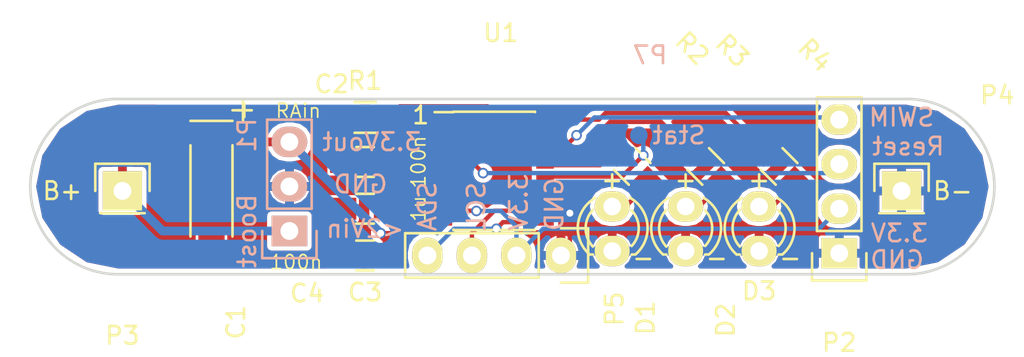
<source format=kicad_pcb>
(kicad_pcb (version 4) (host pcbnew 4.0.2+dfsg1-stable)

  (general
    (links 32)
    (no_connects 0)
    (area 129.924999 49.924999 185.075001 60.075001)
    (thickness 1.6)
    (drawings 25)
    (tracks 77)
    (zones 0)
    (modules 18)
    (nets 25)
  )

  (page A4)
  (layers
    (0 F.Cu signal)
    (31 B.Cu signal)
    (32 B.Adhes user)
    (33 F.Adhes user)
    (34 B.Paste user)
    (35 F.Paste user)
    (36 B.SilkS user)
    (37 F.SilkS user)
    (38 B.Mask user)
    (39 F.Mask user)
    (40 Dwgs.User user)
    (41 Cmts.User user)
    (42 Eco1.User user)
    (43 Eco2.User user)
    (44 Edge.Cuts user)
    (45 Margin user)
    (46 B.CrtYd user)
    (47 F.CrtYd user)
    (48 B.Fab user)
    (49 F.Fab user)
  )

  (setup
    (last_trace_width 0.25)
    (user_trace_width 0.5)
    (trace_clearance 0.17)
    (zone_clearance 0.25)
    (zone_45_only no)
    (trace_min 0.2)
    (segment_width 0.2)
    (edge_width 0.15)
    (via_size 0.6)
    (via_drill 0.4)
    (via_min_size 0.4)
    (via_min_drill 0.3)
    (uvia_size 0.3)
    (uvia_drill 0.1)
    (uvias_allowed no)
    (uvia_min_size 0.2)
    (uvia_min_drill 0.1)
    (pcb_text_width 0.15)
    (pcb_text_size 1 1)
    (mod_edge_width 0.15)
    (mod_text_size 1 1)
    (mod_text_width 0.15)
    (pad_size 2 1.7272)
    (pad_drill 1.00076)
    (pad_to_mask_clearance 0.102)
    (aux_axis_origin 0 0)
    (visible_elements 7FFFFFFF)
    (pcbplotparams
      (layerselection 0x00030_80000001)
      (usegerberextensions false)
      (excludeedgelayer true)
      (linewidth 0.100000)
      (plotframeref false)
      (viasonmask false)
      (mode 1)
      (useauxorigin false)
      (hpglpennumber 1)
      (hpglpenspeed 20)
      (hpglpendiameter 15)
      (hpglpenoverlay 2)
      (psnegative false)
      (psa4output false)
      (plotreference true)
      (plotvalue true)
      (plotinvisibletext false)
      (padsonsilk false)
      (subtractmaskfromsilk false)
      (outputformat 1)
      (mirror false)
      (drillshape 1)
      (scaleselection 1)
      (outputdirectory ""))
  )

  (net 0 "")
  (net 1 Batt_-)
  (net 2 +3V3)
  (net 3 "Net-(C2-Pad2)")
  (net 4 Reset)
  (net 5 "Net-(D1-Pad2)")
  (net 6 "Net-(D2-Pad2)")
  (net 7 "Net-(D3-Pad2)")
  (net 8 SWIM)
  (net 9 Batt_+)
  (net 10 D2)
  (net 11 Batt_Good)
  (net 12 Batt_Meh)
  (net 13 Batt_Low)
  (net 14 A4)
  (net 15 A5)
  (net 16 A6)
  (net 17 A1)
  (net 18 A2)
  (net 19 A3)
  (net 20 B5)
  (net 21 B4)
  (net 22 C3)
  (net 23 C4)
  (net 24 Batt_Read_Out)

  (net_class Default "This is the default net class."
    (clearance 0.17)
    (trace_width 0.25)
    (via_dia 0.6)
    (via_drill 0.4)
    (uvia_dia 0.3)
    (uvia_drill 0.1)
    (add_net +3V3)
    (add_net A1)
    (add_net A2)
    (add_net A3)
    (add_net A4)
    (add_net A5)
    (add_net A6)
    (add_net B4)
    (add_net B5)
    (add_net Batt_+)
    (add_net Batt_-)
    (add_net Batt_Good)
    (add_net Batt_Low)
    (add_net Batt_Meh)
    (add_net Batt_Read_Out)
    (add_net C3)
    (add_net C4)
    (add_net D2)
    (add_net "Net-(C2-Pad2)")
    (add_net "Net-(D1-Pad2)")
    (add_net "Net-(D2-Pad2)")
    (add_net "Net-(D3-Pad2)")
    (add_net Reset)
    (add_net SWIM)
  )

  (module Capacitors_Tantalum_SMD:TantalC_SizeA_EIA-3216_HandSoldering (layer F.Cu) (tedit 5AF13F68) (tstamp 5AEFF6EC)
    (at 140.335 55.245 270)
    (descr "Tantal Cap. , Size A, EIA-3216, Hand Soldering,")
    (tags "Tantal Cap. , Size A, EIA-3216, Hand Soldering,")
    (path /5AEFEF63)
    (attr smd)
    (fp_text reference C1 (at 7.493 -1.397 270) (layer F.SilkS)
      (effects (font (size 1 1) (thickness 0.15)))
    )
    (fp_text value 10u (at 7.493 0 270) (layer F.Fab)
      (effects (font (size 1 1) (thickness 0.15)))
    )
    (fp_text user + (at -4.59994 -1.80086 270) (layer F.SilkS)
      (effects (font (size 1 1) (thickness 0.15)))
    )
    (fp_line (start -2.60096 1.19888) (end 2.60096 1.19888) (layer F.SilkS) (width 0.15))
    (fp_line (start 2.60096 -1.19888) (end -2.60096 -1.19888) (layer F.SilkS) (width 0.15))
    (fp_line (start -4.59994 -2.2987) (end -4.59994 -1.19888) (layer F.SilkS) (width 0.15))
    (fp_line (start -5.19938 -1.79832) (end -4.0005 -1.79832) (layer F.SilkS) (width 0.15))
    (fp_line (start -3.99542 -1.19888) (end -3.99542 1.19888) (layer F.SilkS) (width 0.15))
    (pad 2 smd rect (at 1.99898 0 270) (size 2.99974 1.50114) (layers F.Cu F.Paste F.Mask)
      (net 1 Batt_-))
    (pad 1 smd rect (at -1.99898 0 270) (size 2.99974 1.50114) (layers F.Cu F.Paste F.Mask)
      (net 2 +3V3))
    (model Capacitors_Tantalum_SMD.3dshapes/TantalC_SizeA_EIA-3216_HandSoldering.wrl
      (at (xyz 0 0 0))
      (scale (xyz 1 1 1))
      (rotate (xyz 0 0 180))
    )
  )

  (module Capacitors_SMD:C_0805_HandSoldering (layer F.Cu) (tedit 5AF13FAA) (tstamp 5AEFF6F2)
    (at 149.098 56.261)
    (descr "Capacitor SMD 0805, hand soldering")
    (tags "capacitor 0805")
    (path /5AEFEE6A)
    (attr smd)
    (fp_text reference C2 (at -1.905 -7.112) (layer F.SilkS)
      (effects (font (size 1 1) (thickness 0.15)))
    )
    (fp_text value 1u (at 3.048 0 90) (layer F.SilkS)
      (effects (font (size 0.8 0.8) (thickness 0.1)))
    )
    (fp_line (start -2.3 -1) (end 2.3 -1) (layer F.CrtYd) (width 0.05))
    (fp_line (start -2.3 1) (end 2.3 1) (layer F.CrtYd) (width 0.05))
    (fp_line (start -2.3 -1) (end -2.3 1) (layer F.CrtYd) (width 0.05))
    (fp_line (start 2.3 -1) (end 2.3 1) (layer F.CrtYd) (width 0.05))
    (fp_line (start 0.5 -0.85) (end -0.5 -0.85) (layer F.SilkS) (width 0.15))
    (fp_line (start -0.5 0.85) (end 0.5 0.85) (layer F.SilkS) (width 0.15))
    (pad 1 smd rect (at -1.25 0) (size 1.5 1.25) (layers F.Cu F.Paste F.Mask)
      (net 1 Batt_-))
    (pad 2 smd rect (at 1.25 0) (size 1.5 1.25) (layers F.Cu F.Paste F.Mask)
      (net 3 "Net-(C2-Pad2)"))
    (model Capacitors_SMD.3dshapes/C_0805_HandSoldering.wrl
      (at (xyz 0 0 0))
      (scale (xyz 1 1 1))
      (rotate (xyz 0 0 0))
    )
  )

  (module Capacitors_SMD:C_0805_HandSoldering (layer F.Cu) (tedit 5AF13FB8) (tstamp 5AEFF6F8)
    (at 149.098 58.928 180)
    (descr "Capacitor SMD 0805, hand soldering")
    (tags "capacitor 0805")
    (path /5AEFEEBC)
    (attr smd)
    (fp_text reference C3 (at 0 -2.1 180) (layer F.SilkS)
      (effects (font (size 1 1) (thickness 0.15)))
    )
    (fp_text value 100n (at 3.937 -0.381 180) (layer F.SilkS)
      (effects (font (size 0.8 0.8) (thickness 0.1)))
    )
    (fp_line (start -2.3 -1) (end 2.3 -1) (layer F.CrtYd) (width 0.05))
    (fp_line (start -2.3 1) (end 2.3 1) (layer F.CrtYd) (width 0.05))
    (fp_line (start -2.3 -1) (end -2.3 1) (layer F.CrtYd) (width 0.05))
    (fp_line (start 2.3 -1) (end 2.3 1) (layer F.CrtYd) (width 0.05))
    (fp_line (start 0.5 -0.85) (end -0.5 -0.85) (layer F.SilkS) (width 0.15))
    (fp_line (start -0.5 0.85) (end 0.5 0.85) (layer F.SilkS) (width 0.15))
    (pad 1 smd rect (at -1.25 0 180) (size 1.5 1.25) (layers F.Cu F.Paste F.Mask)
      (net 2 +3V3))
    (pad 2 smd rect (at 1.25 0 180) (size 1.5 1.25) (layers F.Cu F.Paste F.Mask)
      (net 1 Batt_-))
    (model Capacitors_SMD.3dshapes/C_0805_HandSoldering.wrl
      (at (xyz 0 0 0))
      (scale (xyz 1 1 1))
      (rotate (xyz 0 0 0))
    )
  )

  (module Capacitors_SMD:C_0805_HandSoldering (layer F.Cu) (tedit 5AF13F96) (tstamp 5AEFF6FE)
    (at 149.098 53.594 180)
    (descr "Capacitor SMD 0805, hand soldering")
    (tags "capacitor 0805")
    (path /5AEFF122)
    (attr smd)
    (fp_text reference C4 (at 3.302 -7.493 180) (layer F.SilkS)
      (effects (font (size 1 1) (thickness 0.15)))
    )
    (fp_text value 100n (at -3.048 0 270) (layer F.SilkS)
      (effects (font (size 0.8 0.8) (thickness 0.1)))
    )
    (fp_line (start -2.3 -1) (end 2.3 -1) (layer F.CrtYd) (width 0.05))
    (fp_line (start -2.3 1) (end 2.3 1) (layer F.CrtYd) (width 0.05))
    (fp_line (start -2.3 -1) (end -2.3 1) (layer F.CrtYd) (width 0.05))
    (fp_line (start 2.3 -1) (end 2.3 1) (layer F.CrtYd) (width 0.05))
    (fp_line (start 0.5 -0.85) (end -0.5 -0.85) (layer F.SilkS) (width 0.15))
    (fp_line (start -0.5 0.85) (end 0.5 0.85) (layer F.SilkS) (width 0.15))
    (pad 1 smd rect (at -1.25 0 180) (size 1.5 1.25) (layers F.Cu F.Paste F.Mask)
      (net 4 Reset))
    (pad 2 smd rect (at 1.25 0 180) (size 1.5 1.25) (layers F.Cu F.Paste F.Mask)
      (net 1 Batt_-))
    (model Capacitors_SMD.3dshapes/C_0805_HandSoldering.wrl
      (at (xyz 0 0 0))
      (scale (xyz 1 1 1))
      (rotate (xyz 0 0 0))
    )
  )

  (module LEDs:LED-3MM (layer F.Cu) (tedit 5AF13F1B) (tstamp 5AEFF704)
    (at 163.195 58.674 90)
    (descr "LED 3mm round vertical")
    (tags "LED  3mm round vertical")
    (path /5AF0075F)
    (fp_text reference D1 (at -3.81 1.905 90) (layer F.SilkS)
      (effects (font (size 1 1) (thickness 0.15)))
    )
    (fp_text value Charged (at -2.794 -1.016 180) (layer F.Fab)
      (effects (font (size 1 1) (thickness 0.15)))
    )
    (fp_line (start -1.2 2.3) (end 3.8 2.3) (layer F.CrtYd) (width 0.05))
    (fp_line (start 3.8 2.3) (end 3.8 -2.2) (layer F.CrtYd) (width 0.05))
    (fp_line (start 3.8 -2.2) (end -1.2 -2.2) (layer F.CrtYd) (width 0.05))
    (fp_line (start -1.2 -2.2) (end -1.2 2.3) (layer F.CrtYd) (width 0.05))
    (fp_line (start -0.199 1.314) (end -0.199 1.114) (layer F.SilkS) (width 0.15))
    (fp_line (start -0.199 -1.28) (end -0.199 -1.1) (layer F.SilkS) (width 0.15))
    (fp_arc (start 1.301 0.034) (end -0.199 -1.286) (angle 108.5) (layer F.SilkS) (width 0.15))
    (fp_arc (start 1.301 0.034) (end 0.25 -1.1) (angle 85.7) (layer F.SilkS) (width 0.15))
    (fp_arc (start 1.311 0.034) (end 3.051 0.994) (angle 110) (layer F.SilkS) (width 0.15))
    (fp_arc (start 1.301 0.034) (end 2.335 1.094) (angle 87.5) (layer F.SilkS) (width 0.15))
    (pad 1 thru_hole oval (at 0 0 180) (size 2 1.7272) (drill 1.00076) (layers *.Cu *.Mask F.SilkS)
      (net 1 Batt_-))
    (pad 2 thru_hole oval (at 2.54 0 90) (size 1.7272 2) (drill 1.00076) (layers *.Cu *.Mask F.SilkS)
      (net 5 "Net-(D1-Pad2)"))
    (model LEDs.3dshapes/LED-3MM.wrl
      (at (xyz 0.05 0 0))
      (scale (xyz 1 1 1))
      (rotate (xyz 0 0 90))
    )
  )

  (module LEDs:LED-3MM (layer F.Cu) (tedit 5AF13F22) (tstamp 5AEFF70A)
    (at 167.386 58.674 90)
    (descr "LED 3mm round vertical")
    (tags "LED  3mm round vertical")
    (path /5AF007BC)
    (fp_text reference D2 (at -3.937 2.286 90) (layer F.SilkS)
      (effects (font (size 1 1) (thickness 0.15)))
    )
    (fp_text value Meh (at -2.794 0.381 180) (layer F.Fab)
      (effects (font (size 1 1) (thickness 0.15)))
    )
    (fp_line (start -1.2 2.3) (end 3.8 2.3) (layer F.CrtYd) (width 0.05))
    (fp_line (start 3.8 2.3) (end 3.8 -2.2) (layer F.CrtYd) (width 0.05))
    (fp_line (start 3.8 -2.2) (end -1.2 -2.2) (layer F.CrtYd) (width 0.05))
    (fp_line (start -1.2 -2.2) (end -1.2 2.3) (layer F.CrtYd) (width 0.05))
    (fp_line (start -0.199 1.314) (end -0.199 1.114) (layer F.SilkS) (width 0.15))
    (fp_line (start -0.199 -1.28) (end -0.199 -1.1) (layer F.SilkS) (width 0.15))
    (fp_arc (start 1.301 0.034) (end -0.199 -1.286) (angle 108.5) (layer F.SilkS) (width 0.15))
    (fp_arc (start 1.301 0.034) (end 0.25 -1.1) (angle 85.7) (layer F.SilkS) (width 0.15))
    (fp_arc (start 1.311 0.034) (end 3.051 0.994) (angle 110) (layer F.SilkS) (width 0.15))
    (fp_arc (start 1.301 0.034) (end 2.335 1.094) (angle 87.5) (layer F.SilkS) (width 0.15))
    (pad 1 thru_hole oval (at 0 0 180) (size 2 1.7272) (drill 1.00076) (layers *.Cu *.Mask F.SilkS)
      (net 1 Batt_-))
    (pad 2 thru_hole oval (at 2.54 0 90) (size 1.7272 2) (drill 1.00076) (layers *.Cu *.Mask F.SilkS)
      (net 6 "Net-(D2-Pad2)"))
    (model LEDs.3dshapes/LED-3MM.wrl
      (at (xyz 0.05 0 0))
      (scale (xyz 1 1 1))
      (rotate (xyz 0 0 90))
    )
  )

  (module LEDs:LED-3MM (layer F.Cu) (tedit 5AF13F25) (tstamp 5AEFF710)
    (at 171.577 58.674 90)
    (descr "LED 3mm round vertical")
    (tags "LED  3mm round vertical")
    (path /5AF007FB)
    (fp_text reference D3 (at -2.286 0 180) (layer F.SilkS)
      (effects (font (size 1 1) (thickness 0.15)))
    )
    (fp_text value Low (at -2.794 0.762 180) (layer F.Fab)
      (effects (font (size 1 1) (thickness 0.15)))
    )
    (fp_line (start -1.2 2.3) (end 3.8 2.3) (layer F.CrtYd) (width 0.05))
    (fp_line (start 3.8 2.3) (end 3.8 -2.2) (layer F.CrtYd) (width 0.05))
    (fp_line (start 3.8 -2.2) (end -1.2 -2.2) (layer F.CrtYd) (width 0.05))
    (fp_line (start -1.2 -2.2) (end -1.2 2.3) (layer F.CrtYd) (width 0.05))
    (fp_line (start -0.199 1.314) (end -0.199 1.114) (layer F.SilkS) (width 0.15))
    (fp_line (start -0.199 -1.28) (end -0.199 -1.1) (layer F.SilkS) (width 0.15))
    (fp_arc (start 1.301 0.034) (end -0.199 -1.286) (angle 108.5) (layer F.SilkS) (width 0.15))
    (fp_arc (start 1.301 0.034) (end 0.25 -1.1) (angle 85.7) (layer F.SilkS) (width 0.15))
    (fp_arc (start 1.311 0.034) (end 3.051 0.994) (angle 110) (layer F.SilkS) (width 0.15))
    (fp_arc (start 1.301 0.034) (end 2.335 1.094) (angle 87.5) (layer F.SilkS) (width 0.15))
    (pad 1 thru_hole oval (at 0 0 180) (size 2 1.7272) (drill 1.00076) (layers *.Cu *.Mask F.SilkS)
      (net 1 Batt_-))
    (pad 2 thru_hole oval (at 2.54 0 90) (size 1.7272 2) (drill 1.00076) (layers *.Cu *.Mask F.SilkS)
      (net 7 "Net-(D3-Pad2)"))
    (model LEDs.3dshapes/LED-3MM.wrl
      (at (xyz 0.05 0 0))
      (scale (xyz 1 1 1))
      (rotate (xyz 0 0 90))
    )
  )

  (module Pin_Headers:Pin_Header_Straight_1x03 (layer B.Cu) (tedit 5AF0B9D9) (tstamp 5AEFF717)
    (at 144.78 57.531)
    (descr "Through hole pin header")
    (tags "pin header")
    (path /5AEFF26C)
    (fp_text reference P1 (at -2.413 -5.461 90) (layer B.SilkS)
      (effects (font (size 1 1) (thickness 0.15)) (justify mirror))
    )
    (fp_text value Boost (at -2.413 0 90) (layer B.SilkS)
      (effects (font (size 1 1) (thickness 0.15)) (justify mirror))
    )
    (fp_line (start -1.75 1.75) (end -1.75 -6.85) (layer B.CrtYd) (width 0.05))
    (fp_line (start 1.75 1.75) (end 1.75 -6.85) (layer B.CrtYd) (width 0.05))
    (fp_line (start -1.75 1.75) (end 1.75 1.75) (layer B.CrtYd) (width 0.05))
    (fp_line (start -1.75 -6.85) (end 1.75 -6.85) (layer B.CrtYd) (width 0.05))
    (fp_line (start -1.27 -1.27) (end -1.27 -6.35) (layer B.SilkS) (width 0.15))
    (fp_line (start -1.27 -6.35) (end 1.27 -6.35) (layer B.SilkS) (width 0.15))
    (fp_line (start 1.27 -6.35) (end 1.27 -1.27) (layer B.SilkS) (width 0.15))
    (fp_line (start 1.55 1.55) (end 1.55 0) (layer B.SilkS) (width 0.15))
    (fp_line (start 1.27 -1.27) (end -1.27 -1.27) (layer B.SilkS) (width 0.15))
    (fp_line (start -1.55 0) (end -1.55 1.55) (layer B.SilkS) (width 0.15))
    (fp_line (start -1.55 1.55) (end 1.55 1.55) (layer B.SilkS) (width 0.15))
    (pad 1 thru_hole rect (at 0 0) (size 2.032 1.7272) (drill 1.016) (layers *.Cu *.Mask B.SilkS)
      (net 9 Batt_+))
    (pad 2 thru_hole oval (at 0 -2.54) (size 2.032 1.7272) (drill 1.016) (layers *.Cu *.Mask B.SilkS)
      (net 1 Batt_-))
    (pad 3 thru_hole oval (at 0 -5.08) (size 2.032 1.7272) (drill 1.016) (layers *.Cu *.Mask B.SilkS)
      (net 2 +3V3))
    (model Pin_Headers.3dshapes/Pin_Header_Straight_1x03.wrl
      (at (xyz 0 -0.1 0))
      (scale (xyz 1 1 1))
      (rotate (xyz 0 0 90))
    )
  )

  (module Resistors_SMD:R_0805_HandSoldering (layer F.Cu) (tedit 5AF13FB2) (tstamp 5AEFF725)
    (at 149.098 51.054)
    (descr "Resistor SMD 0805, hand soldering")
    (tags "resistor 0805")
    (path /5AF0112A)
    (attr smd)
    (fp_text reference R1 (at 0 -2.1) (layer F.SilkS)
      (effects (font (size 1 1) (thickness 0.15)))
    )
    (fp_text value RAin (at -3.81 -0.381) (layer F.SilkS)
      (effects (font (size 0.8 0.8) (thickness 0.1)))
    )
    (fp_line (start -2.4 -1) (end 2.4 -1) (layer F.CrtYd) (width 0.05))
    (fp_line (start -2.4 1) (end 2.4 1) (layer F.CrtYd) (width 0.05))
    (fp_line (start -2.4 -1) (end -2.4 1) (layer F.CrtYd) (width 0.05))
    (fp_line (start 2.4 -1) (end 2.4 1) (layer F.CrtYd) (width 0.05))
    (fp_line (start 0.6 0.875) (end -0.6 0.875) (layer F.SilkS) (width 0.15))
    (fp_line (start -0.6 -0.875) (end 0.6 -0.875) (layer F.SilkS) (width 0.15))
    (pad 1 smd rect (at -1.35 0) (size 1.5 1.3) (layers F.Cu F.Paste F.Mask)
      (net 9 Batt_+))
    (pad 2 smd rect (at 1.35 0) (size 1.5 1.3) (layers F.Cu F.Paste F.Mask)
      (net 10 D2))
    (model Resistors_SMD.3dshapes/R_0805_HandSoldering.wrl
      (at (xyz 0 0 0))
      (scale (xyz 1 1 1))
      (rotate (xyz 0 0 0))
    )
  )

  (module Resistors_SMD:R_0805_HandSoldering (layer F.Cu) (tedit 5AF13F32) (tstamp 5AEFF72B)
    (at 164.338 53.848 315)
    (descr "Resistor SMD 0805, hand soldering")
    (tags "resistor 0805")
    (path /5AF00660)
    (attr smd)
    (fp_text reference R2 (at -2.334867 -7.184205 315) (layer F.SilkS)
      (effects (font (size 1 1) (thickness 0.15)))
    )
    (fp_text value RLED (at -5.208549 -5.388154 315) (layer F.Fab)
      (effects (font (size 1 1) (thickness 0.15)))
    )
    (fp_line (start -2.4 -1) (end 2.4 -1) (layer F.CrtYd) (width 0.05))
    (fp_line (start -2.4 1) (end 2.4 1) (layer F.CrtYd) (width 0.05))
    (fp_line (start -2.4 -1) (end -2.4 1) (layer F.CrtYd) (width 0.05))
    (fp_line (start 2.4 -1) (end 2.4 1) (layer F.CrtYd) (width 0.05))
    (fp_line (start 0.6 0.875) (end -0.6 0.875) (layer F.SilkS) (width 0.15))
    (fp_line (start -0.6 -0.875) (end 0.6 -0.875) (layer F.SilkS) (width 0.15))
    (pad 1 smd rect (at -1.35 0 315) (size 1.5 1.3) (layers F.Cu F.Paste F.Mask)
      (net 11 Batt_Good))
    (pad 2 smd rect (at 1.35 0 315) (size 1.5 1.3) (layers F.Cu F.Paste F.Mask)
      (net 5 "Net-(D1-Pad2)"))
    (model Resistors_SMD.3dshapes/R_0805_HandSoldering.wrl
      (at (xyz 0 0 0))
      (scale (xyz 1 1 1))
      (rotate (xyz 0 0 0))
    )
  )

  (module Resistors_SMD:R_0805_HandSoldering (layer F.Cu) (tedit 5AF13F2E) (tstamp 5AEFF731)
    (at 168.529 53.848 315)
    (descr "Resistor SMD 0805, hand soldering")
    (tags "resistor 0805")
    (path /5AF00695)
    (attr smd)
    (fp_text reference R3 (at -3.592102 -5.747364 315) (layer F.SilkS)
      (effects (font (size 1 1) (thickness 0.15)))
    )
    (fp_text value RLED (at -5.477956 -5.118746 315) (layer F.Fab)
      (effects (font (size 1 1) (thickness 0.15)))
    )
    (fp_line (start -2.4 -1) (end 2.4 -1) (layer F.CrtYd) (width 0.05))
    (fp_line (start -2.4 1) (end 2.4 1) (layer F.CrtYd) (width 0.05))
    (fp_line (start -2.4 -1) (end -2.4 1) (layer F.CrtYd) (width 0.05))
    (fp_line (start 2.4 -1) (end 2.4 1) (layer F.CrtYd) (width 0.05))
    (fp_line (start 0.6 0.875) (end -0.6 0.875) (layer F.SilkS) (width 0.15))
    (fp_line (start -0.6 -0.875) (end 0.6 -0.875) (layer F.SilkS) (width 0.15))
    (pad 1 smd rect (at -1.35 0 315) (size 1.5 1.3) (layers F.Cu F.Paste F.Mask)
      (net 12 Batt_Meh))
    (pad 2 smd rect (at 1.35 0 315) (size 1.5 1.3) (layers F.Cu F.Paste F.Mask)
      (net 6 "Net-(D2-Pad2)"))
    (model Resistors_SMD.3dshapes/R_0805_HandSoldering.wrl
      (at (xyz 0 0 0))
      (scale (xyz 1 1 1))
      (rotate (xyz 0 0 0))
    )
  )

  (module Resistors_SMD:R_0805_HandSoldering (layer F.Cu) (tedit 5AF13F2B) (tstamp 5AEFF737)
    (at 172.72 53.848 315)
    (descr "Resistor SMD 0805, hand soldering")
    (tags "resistor 0805")
    (path /5AF006C0)
    (attr smd)
    (fp_text reference R4 (at -3.053287 -5.926969 315) (layer F.SilkS)
      (effects (font (size 1 1) (thickness 0.15)))
    )
    (fp_text value RLED (at -5.298351 -5.298351 315) (layer F.Fab)
      (effects (font (size 1 1) (thickness 0.15)))
    )
    (fp_line (start -2.4 -1) (end 2.4 -1) (layer F.CrtYd) (width 0.05))
    (fp_line (start -2.4 1) (end 2.4 1) (layer F.CrtYd) (width 0.05))
    (fp_line (start -2.4 -1) (end -2.4 1) (layer F.CrtYd) (width 0.05))
    (fp_line (start 2.4 -1) (end 2.4 1) (layer F.CrtYd) (width 0.05))
    (fp_line (start 0.6 0.875) (end -0.6 0.875) (layer F.SilkS) (width 0.15))
    (fp_line (start -0.6 -0.875) (end 0.6 -0.875) (layer F.SilkS) (width 0.15))
    (pad 1 smd rect (at -1.35 0 315) (size 1.5 1.3) (layers F.Cu F.Paste F.Mask)
      (net 13 Batt_Low))
    (pad 2 smd rect (at 1.35 0 315) (size 1.5 1.3) (layers F.Cu F.Paste F.Mask)
      (net 7 "Net-(D3-Pad2)"))
    (model Resistors_SMD.3dshapes/R_0805_HandSoldering.wrl
      (at (xyz 0 0 0))
      (scale (xyz 1 1 1))
      (rotate (xyz 0 0 0))
    )
  )

  (module Housings_SSOP:SSOP-20_4.4x6.5mm_Pitch0.65mm (layer F.Cu) (tedit 5AF13F0D) (tstamp 5AEFF74F)
    (at 156.464 54.102)
    (descr "SSOP20: plastic shrink small outline package; 20 leads; body width 4.4 mm; (see NXP SSOP-TSSOP-VSO-REFLOW.pdf and sot266-1_po.pdf)")
    (tags "SSOP 0.65")
    (path /5AEFEC99)
    (attr smd)
    (fp_text reference U1 (at 0.381 -7.874) (layer F.SilkS)
      (effects (font (size 1 1) (thickness 0.15)))
    )
    (fp_text value STM8S003F (at 0 -6.731 180) (layer F.Fab)
      (effects (font (size 1 1) (thickness 0.15)))
    )
    (fp_line (start -3.65 -3.55) (end -3.65 3.55) (layer F.CrtYd) (width 0.05))
    (fp_line (start 3.65 -3.55) (end 3.65 3.55) (layer F.CrtYd) (width 0.05))
    (fp_line (start -3.65 -3.55) (end 3.65 -3.55) (layer F.CrtYd) (width 0.05))
    (fp_line (start -3.65 3.55) (end 3.65 3.55) (layer F.CrtYd) (width 0.05))
    (fp_line (start -2.325 -3.375) (end -2.325 -3.35) (layer F.SilkS) (width 0.15))
    (fp_line (start 2.325 -3.375) (end 2.325 -3.35) (layer F.SilkS) (width 0.15))
    (fp_line (start 2.325 3.375) (end 2.325 3.35) (layer F.SilkS) (width 0.15))
    (fp_line (start -2.325 3.375) (end -2.325 3.35) (layer F.SilkS) (width 0.15))
    (fp_line (start -2.325 -3.375) (end 2.325 -3.375) (layer F.SilkS) (width 0.15))
    (fp_line (start -2.325 3.375) (end 2.325 3.375) (layer F.SilkS) (width 0.15))
    (fp_line (start -2.325 -3.35) (end -3.4 -3.35) (layer F.SilkS) (width 0.15))
    (pad 1 smd rect (at -2.9 -2.925) (size 1 0.4) (layers F.Cu F.Paste F.Mask)
      (net 14 A4))
    (pad 2 smd rect (at -2.9 -2.275) (size 1 0.4) (layers F.Cu F.Paste F.Mask)
      (net 15 A5))
    (pad 3 smd rect (at -2.9 -1.625) (size 1 0.4) (layers F.Cu F.Paste F.Mask)
      (net 16 A6))
    (pad 4 smd rect (at -2.9 -0.975) (size 1 0.4) (layers F.Cu F.Paste F.Mask)
      (net 4 Reset))
    (pad 5 smd rect (at -2.9 -0.325) (size 1 0.4) (layers F.Cu F.Paste F.Mask)
      (net 17 A1))
    (pad 6 smd rect (at -2.9 0.325) (size 1 0.4) (layers F.Cu F.Paste F.Mask)
      (net 18 A2))
    (pad 7 smd rect (at -2.9 0.975) (size 1 0.4) (layers F.Cu F.Paste F.Mask)
      (net 1 Batt_-))
    (pad 8 smd rect (at -2.9 1.625) (size 1 0.4) (layers F.Cu F.Paste F.Mask)
      (net 3 "Net-(C2-Pad2)"))
    (pad 9 smd rect (at -2.9 2.275) (size 1 0.4) (layers F.Cu F.Paste F.Mask)
      (net 2 +3V3))
    (pad 10 smd rect (at -2.9 2.925) (size 1 0.4) (layers F.Cu F.Paste F.Mask)
      (net 19 A3))
    (pad 11 smd rect (at 2.9 2.925) (size 1 0.4) (layers F.Cu F.Paste F.Mask)
      (net 20 B5))
    (pad 12 smd rect (at 2.9 2.275) (size 1 0.4) (layers F.Cu F.Paste F.Mask)
      (net 21 B4))
    (pad 13 smd rect (at 2.9 1.625) (size 1 0.4) (layers F.Cu F.Paste F.Mask)
      (net 22 C3))
    (pad 14 smd rect (at 2.9 0.975) (size 1 0.4) (layers F.Cu F.Paste F.Mask)
      (net 23 C4))
    (pad 15 smd rect (at 2.9 0.325) (size 1 0.4) (layers F.Cu F.Paste F.Mask)
      (net 24 Batt_Read_Out))
    (pad 16 smd rect (at 2.9 -0.325) (size 1 0.4) (layers F.Cu F.Paste F.Mask)
      (net 11 Batt_Good))
    (pad 17 smd rect (at 2.9 -0.975) (size 1 0.4) (layers F.Cu F.Paste F.Mask)
      (net 12 Batt_Meh))
    (pad 18 smd rect (at 2.9 -1.625) (size 1 0.4) (layers F.Cu F.Paste F.Mask)
      (net 8 SWIM))
    (pad 19 smd rect (at 2.9 -2.275) (size 1 0.4) (layers F.Cu F.Paste F.Mask)
      (net 10 D2))
    (pad 20 smd rect (at 2.9 -2.925) (size 1 0.4) (layers F.Cu F.Paste F.Mask)
      (net 13 Batt_Low))
    (model Housings_SSOP.3dshapes/SSOP-20_4.4x6.5mm_Pitch0.65mm.wrl
      (at (xyz 0 0 0))
      (scale (xyz 1 1 1))
      (rotate (xyz 0 0 0))
    )
  )

  (module Pin_Headers:Pin_Header_Straight_1x01 (layer F.Cu) (tedit 5AF13F5D) (tstamp 5AEFF87C)
    (at 135.255 55.245)
    (descr "Through hole pin header")
    (tags "pin header")
    (path /5AF01BCD)
    (fp_text reference P3 (at 0 8.255) (layer F.SilkS)
      (effects (font (size 1 1) (thickness 0.15)))
    )
    (fp_text value B+ (at -3.429 0) (layer F.SilkS)
      (effects (font (size 1 1) (thickness 0.15)))
    )
    (fp_line (start 1.55 -1.55) (end 1.55 0) (layer F.SilkS) (width 0.15))
    (fp_line (start -1.75 -1.75) (end -1.75 1.75) (layer F.CrtYd) (width 0.05))
    (fp_line (start 1.75 -1.75) (end 1.75 1.75) (layer F.CrtYd) (width 0.05))
    (fp_line (start -1.75 -1.75) (end 1.75 -1.75) (layer F.CrtYd) (width 0.05))
    (fp_line (start -1.75 1.75) (end 1.75 1.75) (layer F.CrtYd) (width 0.05))
    (fp_line (start -1.55 0) (end -1.55 -1.55) (layer F.SilkS) (width 0.15))
    (fp_line (start -1.55 -1.55) (end 1.55 -1.55) (layer F.SilkS) (width 0.15))
    (fp_line (start -1.27 1.27) (end 1.27 1.27) (layer F.SilkS) (width 0.15))
    (pad 1 thru_hole rect (at 0 0) (size 2.2352 2.2352) (drill 1.016) (layers *.Cu *.Mask F.SilkS)
      (net 9 Batt_+))
    (model Pin_Headers.3dshapes/Pin_Header_Straight_1x01.wrl
      (at (xyz 0 0 0))
      (scale (xyz 1 1 1))
      (rotate (xyz 0 0 90))
    )
  )

  (module Pin_Headers:Pin_Header_Straight_1x01 (layer F.Cu) (tedit 5AF13F40) (tstamp 5AEFF881)
    (at 179.705 55.245)
    (descr "Through hole pin header")
    (tags "pin header")
    (path /5AF01CAD)
    (fp_text reference P4 (at 5.461 -5.461) (layer F.SilkS)
      (effects (font (size 1 1) (thickness 0.15)))
    )
    (fp_text value B- (at 2.921 0) (layer F.SilkS)
      (effects (font (size 1 1) (thickness 0.15)))
    )
    (fp_line (start 1.55 -1.55) (end 1.55 0) (layer F.SilkS) (width 0.15))
    (fp_line (start -1.75 -1.75) (end -1.75 1.75) (layer F.CrtYd) (width 0.05))
    (fp_line (start 1.75 -1.75) (end 1.75 1.75) (layer F.CrtYd) (width 0.05))
    (fp_line (start -1.75 -1.75) (end 1.75 -1.75) (layer F.CrtYd) (width 0.05))
    (fp_line (start -1.75 1.75) (end 1.75 1.75) (layer F.CrtYd) (width 0.05))
    (fp_line (start -1.55 0) (end -1.55 -1.55) (layer F.SilkS) (width 0.15))
    (fp_line (start -1.55 -1.55) (end 1.55 -1.55) (layer F.SilkS) (width 0.15))
    (fp_line (start -1.27 1.27) (end 1.27 1.27) (layer F.SilkS) (width 0.15))
    (pad 1 thru_hole rect (at 0 0) (size 2.2352 2.2352) (drill 1.016) (layers *.Cu *.Mask F.SilkS)
      (net 1 Batt_-))
    (model Pin_Headers.3dshapes/Pin_Header_Straight_1x01.wrl
      (at (xyz 0 0 0))
      (scale (xyz 1 1 1))
      (rotate (xyz 0 0 90))
    )
  )

  (module Pin_Headers:Pin_Header_Straight_1x04 (layer F.Cu) (tedit 0) (tstamp 5AEFF8CF)
    (at 176.149 58.801 180)
    (descr "Through hole pin header")
    (tags "pin header")
    (path /5AEFFC90)
    (fp_text reference P2 (at 0 -5.1 180) (layer F.SilkS)
      (effects (font (size 1 1) (thickness 0.15)))
    )
    (fp_text value Prog (at 0 -3.1 180) (layer F.Fab)
      (effects (font (size 1 1) (thickness 0.15)))
    )
    (fp_line (start -1.75 -1.75) (end -1.75 9.4) (layer F.CrtYd) (width 0.05))
    (fp_line (start 1.75 -1.75) (end 1.75 9.4) (layer F.CrtYd) (width 0.05))
    (fp_line (start -1.75 -1.75) (end 1.75 -1.75) (layer F.CrtYd) (width 0.05))
    (fp_line (start -1.75 9.4) (end 1.75 9.4) (layer F.CrtYd) (width 0.05))
    (fp_line (start -1.27 1.27) (end -1.27 8.89) (layer F.SilkS) (width 0.15))
    (fp_line (start 1.27 1.27) (end 1.27 8.89) (layer F.SilkS) (width 0.15))
    (fp_line (start 1.55 -1.55) (end 1.55 0) (layer F.SilkS) (width 0.15))
    (fp_line (start -1.27 8.89) (end 1.27 8.89) (layer F.SilkS) (width 0.15))
    (fp_line (start 1.27 1.27) (end -1.27 1.27) (layer F.SilkS) (width 0.15))
    (fp_line (start -1.55 0) (end -1.55 -1.55) (layer F.SilkS) (width 0.15))
    (fp_line (start -1.55 -1.55) (end 1.55 -1.55) (layer F.SilkS) (width 0.15))
    (pad 1 thru_hole rect (at 0 0 180) (size 2.032 1.7272) (drill 1.016) (layers *.Cu *.Mask F.SilkS)
      (net 1 Batt_-))
    (pad 2 thru_hole oval (at 0 2.54 180) (size 2.032 1.7272) (drill 1.016) (layers *.Cu *.Mask F.SilkS)
      (net 2 +3V3))
    (pad 3 thru_hole oval (at 0 5.08 180) (size 2.032 1.7272) (drill 1.016) (layers *.Cu *.Mask F.SilkS)
      (net 4 Reset))
    (pad 4 thru_hole oval (at 0 7.62 180) (size 2.032 1.7272) (drill 1.016) (layers *.Cu *.Mask F.SilkS)
      (net 8 SWIM))
    (model Pin_Headers.3dshapes/Pin_Header_Straight_1x04.wrl
      (at (xyz 0 -0.15 0))
      (scale (xyz 1 1 1))
      (rotate (xyz 0 0 90))
    )
  )

  (module Pin_Headers:Pin_Header_Straight_1x04 (layer F.Cu) (tedit 5AF13F20) (tstamp 5AF0B8AB)
    (at 160.274 58.928 270)
    (descr "Through hole pin header")
    (tags "pin header")
    (path /5AF0B537)
    (fp_text reference P5 (at 3.048 -3.048 270) (layer F.SilkS)
      (effects (font (size 1 1) (thickness 0.15)))
    )
    (fp_text value I2C (at 3.937 0.254 360) (layer F.Fab)
      (effects (font (size 1 1) (thickness 0.15)))
    )
    (fp_line (start -1.75 -1.75) (end -1.75 9.4) (layer F.CrtYd) (width 0.05))
    (fp_line (start 1.75 -1.75) (end 1.75 9.4) (layer F.CrtYd) (width 0.05))
    (fp_line (start -1.75 -1.75) (end 1.75 -1.75) (layer F.CrtYd) (width 0.05))
    (fp_line (start -1.75 9.4) (end 1.75 9.4) (layer F.CrtYd) (width 0.05))
    (fp_line (start -1.27 1.27) (end -1.27 8.89) (layer F.SilkS) (width 0.15))
    (fp_line (start 1.27 1.27) (end 1.27 8.89) (layer F.SilkS) (width 0.15))
    (fp_line (start 1.55 -1.55) (end 1.55 0) (layer F.SilkS) (width 0.15))
    (fp_line (start -1.27 8.89) (end 1.27 8.89) (layer F.SilkS) (width 0.15))
    (fp_line (start 1.27 1.27) (end -1.27 1.27) (layer F.SilkS) (width 0.15))
    (fp_line (start -1.55 0) (end -1.55 -1.55) (layer F.SilkS) (width 0.15))
    (fp_line (start -1.55 -1.55) (end 1.55 -1.55) (layer F.SilkS) (width 0.15))
    (pad 1 thru_hole oval (at 0 0 270) (size 2.032 1.7272) (drill 1.016) (layers *.Cu *.Mask F.SilkS)
      (net 1 Batt_-))
    (pad 2 thru_hole oval (at 0 2.54 270) (size 2.032 1.7272) (drill 1.016) (layers *.Cu *.Mask F.SilkS)
      (net 2 +3V3))
    (pad 3 thru_hole oval (at 0 5.08 270) (size 2.032 1.7272) (drill 1.016) (layers *.Cu *.Mask F.SilkS)
      (net 21 B4))
    (pad 4 thru_hole oval (at 0 7.62 270) (size 2.032 1.7272) (drill 1.016) (layers *.Cu *.Mask F.SilkS)
      (net 20 B5))
    (model Pin_Headers.3dshapes/Pin_Header_Straight_1x04.wrl
      (at (xyz 0 -0.15 0))
      (scale (xyz 1 1 1))
      (rotate (xyz 0 0 90))
    )
  )

  (module custom_footprints:1x1_pad (layer B.Cu) (tedit 5AF13F34) (tstamp 5AF0BA88)
    (at 164.719 52.07)
    (path /5AF0E1A3)
    (fp_text reference P7 (at 0.635 -4.572) (layer B.SilkS)
      (effects (font (size 1 1) (thickness 0.15)) (justify mirror))
    )
    (fp_text value BROut (at -0.254 -3.81) (layer B.Fab)
      (effects (font (size 1 1) (thickness 0.15)) (justify mirror))
    )
    (pad 1 smd circle (at 0 0) (size 1 1) (layers B.Cu B.Paste B.Mask)
      (net 24 Batt_Read_Out))
  )

  (gr_text + (at 171.577 54.61) (layer F.SilkS)
    (effects (font (size 1 1) (thickness 0.15)))
  )
  (gr_text + (at 167.386 54.61) (layer F.SilkS)
    (effects (font (size 1 1) (thickness 0.15)))
  )
  (gr_text + (at 163.195 54.61) (layer F.SilkS)
    (effects (font (size 1 1) (thickness 0.15)))
  )
  (gr_text - (at 164.973 59.055) (layer F.SilkS)
    (effects (font (size 1 1) (thickness 0.15)))
  )
  (gr_text - (at 169.164 59.055) (layer F.SilkS)
    (effects (font (size 1 1) (thickness 0.15)))
  )
  (gr_text - (at 173.355 59.055) (layer F.SilkS)
    (effects (font (size 1 1) (thickness 0.15)))
  )
  (gr_text 1 (at 152.273 50.927) (layer F.SilkS)
    (effects (font (size 1 1) (thickness 0.15)))
  )
  (gr_text GND (at 179.451 59.182) (layer B.SilkS)
    (effects (font (size 1 1) (thickness 0.15)) (justify mirror))
  )
  (gr_text 3.3V (at 179.578 57.658) (layer B.SilkS)
    (effects (font (size 1 1) (thickness 0.15)) (justify mirror))
  )
  (gr_text Reset (at 180.086 52.705) (layer B.SilkS)
    (effects (font (size 1 1) (thickness 0.15)) (justify mirror))
  )
  (gr_text SWIM (at 179.705 51.054) (layer B.SilkS)
    (effects (font (size 1 1) (thickness 0.15)) (justify mirror))
  )
  (gr_text GND (at 159.893 56.007 90) (layer B.SilkS)
    (effects (font (size 1 1) (thickness 0.15)) (justify mirror))
  )
  (gr_text "3.3V\n" (at 157.861 55.88 90) (layer B.SilkS)
    (effects (font (size 1 1) (thickness 0.15)) (justify mirror))
  )
  (gr_text SCL (at 155.448 56.134 90) (layer B.SilkS)
    (effects (font (size 1 1) (thickness 0.15)) (justify mirror))
  )
  (gr_text SDA (at 152.654 56.134 90) (layer B.SilkS)
    (effects (font (size 1 1) (thickness 0.15)) (justify mirror))
  )
  (gr_text Stat (at 167.005 52.07) (layer B.SilkS)
    (effects (font (size 1 1) (thickness 0.15)) (justify mirror))
  )
  (gr_text <2Vin (at 149.098 57.404) (layer B.SilkS)
    (effects (font (size 1 1) (thickness 0.15)) (justify mirror))
  )
  (gr_text GND (at 148.844 54.864) (layer B.SilkS)
    (effects (font (size 1 1) (thickness 0.15)) (justify mirror))
  )
  (gr_text 3.3Vout (at 149.479 52.451) (layer B.SilkS)
    (effects (font (size 1 1) (thickness 0.15)) (justify mirror))
  )
  (gr_line (start 180 60) (end 135 60) (angle 90) (layer Edge.Cuts) (width 0.15))
  (gr_line (start 135 50) (end 180 50) (angle 90) (layer Edge.Cuts) (width 0.15))
  (gr_arc (start 180 55) (end 180 50) (angle 90) (layer Edge.Cuts) (width 0.15))
  (gr_arc (start 180 55) (end 185 55) (angle 90) (layer Edge.Cuts) (width 0.15))
  (gr_arc (start 135 55) (end 130 55) (angle 90) (layer Edge.Cuts) (width 0.15))
  (gr_arc (start 135 55) (end 135 60) (angle 90) (layer Edge.Cuts) (width 0.15))

  (segment (start 160.274 58.928) (end 160.782 58.42) (width 0.25) (layer F.Cu) (net 1))
  (segment (start 160.782 58.42) (end 160.782 56.515) (width 0.25) (layer F.Cu) (net 1) (tstamp 5AF13E78))
  (via (at 160.782 56.515) (size 0.6) (drill 0.4) (layers F.Cu B.Cu) (net 1))
  (segment (start 140.335 57.24398) (end 142.58798 54.991) (width 0.5) (layer F.Cu) (net 1))
  (segment (start 142.58798 54.991) (end 144.78 54.991) (width 0.5) (layer F.Cu) (net 1) (tstamp 5AF134D4))
  (segment (start 176.149 56.261) (end 175.006 57.404) (width 0.25) (layer B.Cu) (net 2))
  (segment (start 159.258 57.404) (end 157.734 58.928) (width 0.25) (layer B.Cu) (net 2) (tstamp 5AF13E75))
  (segment (start 175.006 57.404) (end 159.258 57.404) (width 0.25) (layer B.Cu) (net 2) (tstamp 5AF13E73))
  (segment (start 153.564 56.377) (end 155.437 56.377) (width 0.25) (layer F.Cu) (net 2))
  (segment (start 157.734 57.277) (end 157.734 58.928) (width 0.25) (layer B.Cu) (net 2) (tstamp 5AF13D9D))
  (segment (start 156.845 56.388) (end 157.734 57.277) (width 0.25) (layer B.Cu) (net 2) (tstamp 5AF13D9C))
  (segment (start 155.448 56.388) (end 156.845 56.388) (width 0.25) (layer B.Cu) (net 2) (tstamp 5AF13D9B))
  (via (at 155.448 56.388) (size 0.6) (drill 0.4) (layers F.Cu B.Cu) (net 2))
  (segment (start 155.437 56.377) (end 155.448 56.388) (width 0.25) (layer F.Cu) (net 2) (tstamp 5AF13D97))
  (segment (start 153.564 56.377) (end 152.411 56.377) (width 0.25) (layer F.Cu) (net 2))
  (segment (start 152.411 56.377) (end 151.13 57.658) (width 0.25) (layer F.Cu) (net 2) (tstamp 5AF135E1))
  (segment (start 151.13 57.658) (end 149.987 57.658) (width 0.25) (layer F.Cu) (net 2) (tstamp 5AF135E9))
  (segment (start 144.78 52.451) (end 149.987 57.658) (width 0.5) (layer B.Cu) (net 2))
  (via (at 149.987 57.658) (size 0.6) (drill 0.4) (layers F.Cu B.Cu) (net 2))
  (segment (start 149.987 57.658) (end 150.348 58.019) (width 0.5) (layer F.Cu) (net 2) (tstamp 5AF1356A))
  (segment (start 150.348 58.019) (end 150.348 58.928) (width 0.5) (layer F.Cu) (net 2) (tstamp 5AF1356B))
  (segment (start 144.78 52.451) (end 141.13002 52.451) (width 0.5) (layer F.Cu) (net 2))
  (segment (start 141.13002 52.451) (end 140.335 53.24602) (width 0.5) (layer F.Cu) (net 2) (tstamp 5AF134D9))
  (segment (start 153.564 55.727) (end 150.882 55.727) (width 0.25) (layer F.Cu) (net 3))
  (segment (start 150.882 55.727) (end 150.348 56.261) (width 0.25) (layer F.Cu) (net 3) (tstamp 5AF135DC))
  (segment (start 153.564 53.127) (end 154.727 53.127) (width 0.25) (layer F.Cu) (net 4))
  (segment (start 155.829 54.229) (end 175.641 54.229) (width 0.25) (layer B.Cu) (net 4) (tstamp 5AF13E8C))
  (via (at 155.829 54.229) (size 0.6) (drill 0.4) (layers F.Cu B.Cu) (net 4))
  (segment (start 154.727 53.127) (end 155.829 54.229) (width 0.25) (layer F.Cu) (net 4) (tstamp 5AF13E89))
  (segment (start 175.641 54.229) (end 176.149 53.721) (width 0.25) (layer B.Cu) (net 4) (tstamp 5AF13E8D))
  (segment (start 153.564 53.127) (end 150.815 53.127) (width 0.25) (layer F.Cu) (net 4))
  (segment (start 150.815 53.127) (end 150.348 53.594) (width 0.25) (layer F.Cu) (net 4) (tstamp 5AF135A0))
  (segment (start 165.292594 54.802594) (end 163.961188 56.134) (width 0.25) (layer F.Cu) (net 5))
  (segment (start 163.961188 56.134) (end 163.195 56.134) (width 0.25) (layer F.Cu) (net 5) (tstamp 5AF13606))
  (segment (start 169.483594 54.802594) (end 168.152188 56.134) (width 0.25) (layer F.Cu) (net 6))
  (segment (start 168.152188 56.134) (end 167.386 56.134) (width 0.25) (layer F.Cu) (net 6) (tstamp 5AF13609))
  (segment (start 173.674594 54.802594) (end 172.343188 56.134) (width 0.25) (layer F.Cu) (net 7))
  (segment (start 172.343188 56.134) (end 171.577 56.134) (width 0.25) (layer F.Cu) (net 7) (tstamp 5AF1360D))
  (segment (start 159.364 52.477) (end 160.756 52.477) (width 0.25) (layer F.Cu) (net 8))
  (segment (start 160.756 52.477) (end 161.163 52.07) (width 0.25) (layer F.Cu) (net 8) (tstamp 5AF1368E))
  (via (at 161.163 52.07) (size 0.6) (drill 0.4) (layers F.Cu B.Cu) (net 8))
  (segment (start 161.163 52.07) (end 162.179 51.054) (width 0.25) (layer B.Cu) (net 8) (tstamp 5AF13693))
  (segment (start 162.179 51.054) (end 176.022 51.054) (width 0.25) (layer B.Cu) (net 8) (tstamp 5AF13694))
  (segment (start 176.022 51.054) (end 176.149 51.181) (width 0.25) (layer B.Cu) (net 8) (tstamp 5AF13696))
  (segment (start 147.748 51.054) (end 147.494 50.8) (width 0.5) (layer F.Cu) (net 9))
  (segment (start 147.494 50.8) (end 137.668 50.8) (width 0.5) (layer F.Cu) (net 9) (tstamp 5AF13576))
  (segment (start 137.668 50.8) (end 135.255 53.213) (width 0.5) (layer F.Cu) (net 9) (tstamp 5AF13579))
  (segment (start 135.255 53.213) (end 135.255 55.245) (width 0.5) (layer F.Cu) (net 9) (tstamp 5AF1357B))
  (segment (start 135.255 55.245) (end 137.541 57.531) (width 0.5) (layer B.Cu) (net 9))
  (segment (start 137.541 57.531) (end 144.78 57.531) (width 0.5) (layer B.Cu) (net 9) (tstamp 5AF134C9))
  (segment (start 159.364 51.827) (end 157.491 51.827) (width 0.25) (layer F.Cu) (net 10))
  (segment (start 157.491 51.827) (end 156.083 50.419) (width 0.25) (layer F.Cu) (net 10) (tstamp 5AF13586))
  (segment (start 156.083 50.419) (end 151.083 50.419) (width 0.25) (layer F.Cu) (net 10) (tstamp 5AF1358C))
  (segment (start 151.083 50.419) (end 150.448 51.054) (width 0.25) (layer F.Cu) (net 10) (tstamp 5AF13592))
  (segment (start 159.364 53.777) (end 162.499812 53.777) (width 0.25) (layer F.Cu) (net 11))
  (segment (start 162.499812 53.777) (end 163.383406 52.893406) (width 0.25) (layer F.Cu) (net 11) (tstamp 5AF13651))
  (segment (start 159.364 53.127) (end 161.249 53.127) (width 0.25) (layer F.Cu) (net 12))
  (segment (start 161.249 53.127) (end 163.068 51.308) (width 0.25) (layer F.Cu) (net 12) (tstamp 5AF13624))
  (segment (start 163.068 51.308) (end 165.989 51.308) (width 0.25) (layer F.Cu) (net 12) (tstamp 5AF1362A))
  (segment (start 165.989 51.308) (end 167.574406 52.893406) (width 0.25) (layer F.Cu) (net 12) (tstamp 5AF1362B))
  (segment (start 159.364 51.177) (end 162.437 51.177) (width 0.25) (layer F.Cu) (net 13))
  (segment (start 162.437 51.177) (end 162.814 50.8) (width 0.25) (layer F.Cu) (net 13) (tstamp 5AF13633))
  (segment (start 162.814 50.8) (end 169.672 50.8) (width 0.25) (layer F.Cu) (net 13) (tstamp 5AF1363D))
  (segment (start 169.672 50.8) (end 171.765406 52.893406) (width 0.25) (layer F.Cu) (net 13) (tstamp 5AF1363E))
  (segment (start 159.364 57.027) (end 156.968 57.027) (width 0.25) (layer F.Cu) (net 20))
  (segment (start 154.178 57.404) (end 152.654 58.928) (width 0.25) (layer B.Cu) (net 20) (tstamp 5AF13D88))
  (segment (start 156.591 57.404) (end 154.178 57.404) (width 0.25) (layer B.Cu) (net 20) (tstamp 5AF13D87))
  (via (at 156.591 57.404) (size 0.6) (drill 0.4) (layers F.Cu B.Cu) (net 20))
  (segment (start 156.968 57.027) (end 156.591 57.404) (width 0.25) (layer F.Cu) (net 20) (tstamp 5AF13D82))
  (segment (start 155.194 58.928) (end 155.194 57.658) (width 0.25) (layer F.Cu) (net 21))
  (segment (start 156.475 56.377) (end 159.364 56.377) (width 0.25) (layer F.Cu) (net 21) (tstamp 5AF13D91))
  (segment (start 155.194 57.658) (end 156.475 56.377) (width 0.25) (layer F.Cu) (net 21) (tstamp 5AF13D8C))
  (segment (start 159.364 54.427) (end 163.759 54.427) (width 0.25) (layer F.Cu) (net 24))
  (segment (start 164.973 53.213) (end 164.973 52.324) (width 0.25) (layer B.Cu) (net 24) (tstamp 5AF13E86))
  (via (at 164.973 53.213) (size 0.6) (drill 0.4) (layers F.Cu B.Cu) (net 24))
  (segment (start 163.759 54.427) (end 164.973 53.213) (width 0.25) (layer F.Cu) (net 24) (tstamp 5AF13E82))
  (segment (start 164.973 52.324) (end 164.719 52.07) (width 0.25) (layer B.Cu) (net 24) (tstamp 5AF13E87))

  (zone (net 1) (net_name Batt_-) (layer B.Cu) (tstamp 5AF13497) (hatch edge 0.508)
    (connect_pads (clearance 0.25))
    (min_thickness 0.254)
    (fill yes (arc_segments 16) (thermal_gap 0.15) (thermal_bridge_width 0.5))
    (polygon
      (pts
        (xy 128.905 48.895) (xy 186.055 48.895) (xy 186.055 61.595) (xy 128.905 61.595) (xy 128.905 60.325)
      )
    )
    (filled_polygon
      (pts
        (xy 174.926207 50.552) (xy 162.179005 50.552) (xy 162.179 50.551999) (xy 161.986893 50.590212) (xy 161.824032 50.699032)
        (xy 161.130093 51.392971) (xy 161.028927 51.392883) (xy 160.780011 51.495733) (xy 160.589402 51.68601) (xy 160.486118 51.934746)
        (xy 160.485883 52.204073) (xy 160.588733 52.452989) (xy 160.77901 52.643598) (xy 161.027746 52.746882) (xy 161.297073 52.747117)
        (xy 161.545989 52.644267) (xy 161.736598 52.45399) (xy 161.839882 52.205254) (xy 161.839971 52.102965) (xy 162.386936 51.556)
        (xy 163.992549 51.556) (xy 163.975949 51.572571) (xy 163.842153 51.894789) (xy 163.841849 52.243681) (xy 163.975082 52.566131)
        (xy 164.221571 52.813051) (xy 164.378902 52.87838) (xy 164.296118 53.077746) (xy 164.295883 53.347073) (xy 164.398733 53.595989)
        (xy 164.529516 53.727) (xy 156.284463 53.727) (xy 156.21299 53.655402) (xy 155.964254 53.552118) (xy 155.694927 53.551883)
        (xy 155.446011 53.654733) (xy 155.255402 53.84501) (xy 155.152118 54.093746) (xy 155.151883 54.363073) (xy 155.254733 54.611989)
        (xy 155.44501 54.802598) (xy 155.693746 54.905882) (xy 155.963073 54.906117) (xy 156.211989 54.803267) (xy 156.284382 54.731)
        (xy 175.290767 54.731) (xy 175.494553 54.867165) (xy 175.96931 54.9616) (xy 176.32869 54.9616) (xy 176.803447 54.867165)
        (xy 177.205927 54.598237) (xy 177.474855 54.195757) (xy 177.499411 54.072302) (xy 178.3104 54.072302) (xy 178.3104 55.05275)
        (xy 178.37965 55.122) (xy 179.582 55.122) (xy 179.582 53.91965) (xy 179.828 53.91965) (xy 179.828 55.122)
        (xy 181.03035 55.122) (xy 181.0996 55.05275) (xy 181.0996 54.072302) (xy 181.057429 53.970492) (xy 180.979508 53.892571)
        (xy 180.877699 53.8504) (xy 179.89725 53.8504) (xy 179.828 53.91965) (xy 179.582 53.91965) (xy 179.51275 53.8504)
        (xy 178.532301 53.8504) (xy 178.430492 53.892571) (xy 178.352571 53.970492) (xy 178.3104 54.072302) (xy 177.499411 54.072302)
        (xy 177.56929 53.721) (xy 177.474855 53.246243) (xy 177.205927 52.843763) (xy 176.803447 52.574835) (xy 176.32869 52.4804)
        (xy 175.96931 52.4804) (xy 175.494553 52.574835) (xy 175.092073 52.843763) (xy 174.823145 53.246243) (xy 174.72871 53.721)
        (xy 174.729903 53.727) (xy 165.416361 53.727) (xy 165.546598 53.59699) (xy 165.649882 53.348254) (xy 165.650117 53.078927)
        (xy 165.547267 52.830011) (xy 165.475 52.757618) (xy 165.475 52.536244) (xy 165.595847 52.245211) (xy 165.596151 51.896319)
        (xy 165.462918 51.573869) (xy 165.44508 51.556) (xy 174.803302 51.556) (xy 174.823145 51.655757) (xy 175.092073 52.058237)
        (xy 175.494553 52.327165) (xy 175.96931 52.4216) (xy 176.32869 52.4216) (xy 176.803447 52.327165) (xy 177.205927 52.058237)
        (xy 177.474855 51.655757) (xy 177.56929 51.181) (xy 177.474855 50.706243) (xy 177.304976 50.452) (xy 179.955481 50.452)
        (xy 181.737056 50.806377) (xy 183.209659 51.790339) (xy 184.193623 53.262944) (xy 184.539145 55) (xy 184.193623 56.737056)
        (xy 183.209659 58.209661) (xy 181.737056 59.193623) (xy 179.955481 59.548) (xy 177.442 59.548) (xy 177.442 58.99325)
        (xy 177.37275 58.924) (xy 176.272 58.924) (xy 176.272 58.944) (xy 176.026 58.944) (xy 176.026 58.924)
        (xy 174.92525 58.924) (xy 174.856 58.99325) (xy 174.856 59.548) (xy 172.415872 59.548) (xy 172.628872 59.355693)
        (xy 172.814147 58.972874) (xy 172.777666 58.797) (xy 171.7 58.797) (xy 171.7 58.817) (xy 171.454 58.817)
        (xy 171.454 58.797) (xy 170.376334 58.797) (xy 170.339853 58.972874) (xy 170.525128 59.355693) (xy 170.738128 59.548)
        (xy 168.224872 59.548) (xy 168.437872 59.355693) (xy 168.623147 58.972874) (xy 168.586666 58.797) (xy 167.509 58.797)
        (xy 167.509 58.817) (xy 167.263 58.817) (xy 167.263 58.797) (xy 166.185334 58.797) (xy 166.148853 58.972874)
        (xy 166.334128 59.355693) (xy 166.547128 59.548) (xy 164.033872 59.548) (xy 164.246872 59.355693) (xy 164.432147 58.972874)
        (xy 164.395666 58.797) (xy 163.318 58.797) (xy 163.318 58.817) (xy 163.072 58.817) (xy 163.072 58.797)
        (xy 161.994334 58.797) (xy 161.957853 58.972874) (xy 162.143128 59.355693) (xy 162.356128 59.548) (xy 161.298627 59.548)
        (xy 161.406718 59.230038) (xy 161.346931 59.051) (xy 160.397 59.051) (xy 160.397 59.071) (xy 160.151 59.071)
        (xy 160.151 59.051) (xy 159.201069 59.051) (xy 159.141282 59.230038) (xy 159.249373 59.548) (xy 158.887017 59.548)
        (xy 158.9746 59.10769) (xy 158.9746 58.74831) (xy 158.91637 58.455566) (xy 159.465935 57.906) (xy 159.546237 57.906)
        (xy 159.284769 58.20388) (xy 159.141282 58.625962) (xy 159.201069 58.805) (xy 160.151 58.805) (xy 160.151 58.785)
        (xy 160.397 58.785) (xy 160.397 58.805) (xy 161.346931 58.805) (xy 161.406718 58.625962) (xy 161.263231 58.20388)
        (xy 161.001763 57.906) (xy 162.238722 57.906) (xy 162.143128 57.992307) (xy 161.957853 58.375126) (xy 161.994334 58.551)
        (xy 163.072 58.551) (xy 163.072 58.531) (xy 163.318 58.531) (xy 163.318 58.551) (xy 164.395666 58.551)
        (xy 164.432147 58.375126) (xy 164.246872 57.992307) (xy 164.151278 57.906) (xy 166.429722 57.906) (xy 166.334128 57.992307)
        (xy 166.148853 58.375126) (xy 166.185334 58.551) (xy 167.263 58.551) (xy 167.263 58.531) (xy 167.509 58.531)
        (xy 167.509 58.551) (xy 168.586666 58.551) (xy 168.623147 58.375126) (xy 168.437872 57.992307) (xy 168.342278 57.906)
        (xy 170.620722 57.906) (xy 170.525128 57.992307) (xy 170.339853 58.375126) (xy 170.376334 58.551) (xy 171.454 58.551)
        (xy 171.454 58.531) (xy 171.7 58.531) (xy 171.7 58.551) (xy 172.777666 58.551) (xy 172.814147 58.375126)
        (xy 172.628872 57.992307) (xy 172.533278 57.906) (xy 174.856 57.906) (xy 174.856 58.60875) (xy 174.92525 58.678)
        (xy 176.026 58.678) (xy 176.026 57.72965) (xy 176.272 57.72965) (xy 176.272 58.678) (xy 177.37275 58.678)
        (xy 177.442 58.60875) (xy 177.442 57.882302) (xy 177.399829 57.780492) (xy 177.321908 57.702571) (xy 177.220099 57.6604)
        (xy 176.34125 57.6604) (xy 176.272 57.72965) (xy 176.026 57.72965) (xy 175.95675 57.6604) (xy 175.459536 57.6604)
        (xy 175.676566 57.44337) (xy 175.96931 57.5016) (xy 176.32869 57.5016) (xy 176.803447 57.407165) (xy 177.205927 57.138237)
        (xy 177.474855 56.735757) (xy 177.56929 56.261) (xy 177.474855 55.786243) (xy 177.241666 55.43725) (xy 178.3104 55.43725)
        (xy 178.3104 56.417698) (xy 178.352571 56.519508) (xy 178.430492 56.597429) (xy 178.532301 56.6396) (xy 179.51275 56.6396)
        (xy 179.582 56.57035) (xy 179.582 55.368) (xy 179.828 55.368) (xy 179.828 56.57035) (xy 179.89725 56.6396)
        (xy 180.877699 56.6396) (xy 180.979508 56.597429) (xy 181.057429 56.519508) (xy 181.0996 56.417698) (xy 181.0996 55.43725)
        (xy 181.03035 55.368) (xy 179.828 55.368) (xy 179.582 55.368) (xy 178.37965 55.368) (xy 178.3104 55.43725)
        (xy 177.241666 55.43725) (xy 177.205927 55.383763) (xy 176.803447 55.114835) (xy 176.32869 55.0204) (xy 175.96931 55.0204)
        (xy 175.494553 55.114835) (xy 175.092073 55.383763) (xy 174.823145 55.786243) (xy 174.72871 56.261) (xy 174.823145 56.735757)
        (xy 174.879686 56.820378) (xy 174.798064 56.902) (xy 172.690604 56.902) (xy 172.886542 56.608757) (xy 172.980977 56.134)
        (xy 172.886542 55.659243) (xy 172.617614 55.256763) (xy 172.215134 54.987835) (xy 171.740377 54.8934) (xy 171.413623 54.8934)
        (xy 170.938866 54.987835) (xy 170.536386 55.256763) (xy 170.267458 55.659243) (xy 170.173023 56.134) (xy 170.267458 56.608757)
        (xy 170.463396 56.902) (xy 168.499604 56.902) (xy 168.695542 56.608757) (xy 168.789977 56.134) (xy 168.695542 55.659243)
        (xy 168.426614 55.256763) (xy 168.024134 54.987835) (xy 167.549377 54.8934) (xy 167.222623 54.8934) (xy 166.747866 54.987835)
        (xy 166.345386 55.256763) (xy 166.076458 55.659243) (xy 165.982023 56.134) (xy 166.076458 56.608757) (xy 166.272396 56.902)
        (xy 164.308604 56.902) (xy 164.504542 56.608757) (xy 164.598977 56.134) (xy 164.504542 55.659243) (xy 164.235614 55.256763)
        (xy 163.833134 54.987835) (xy 163.358377 54.8934) (xy 163.031623 54.8934) (xy 162.556866 54.987835) (xy 162.154386 55.256763)
        (xy 161.885458 55.659243) (xy 161.791023 56.134) (xy 161.885458 56.608757) (xy 162.081396 56.902) (xy 159.258 56.902)
        (xy 159.065893 56.940212) (xy 158.903032 57.049032) (xy 158.90303 57.049035) (xy 158.293378 57.658687) (xy 158.236 57.620348)
        (xy 158.236 57.277005) (xy 158.236001 57.277) (xy 158.197788 57.084893) (xy 158.088968 56.922032) (xy 157.199968 56.033032)
        (xy 157.037107 55.924212) (xy 156.845 55.885999) (xy 156.844995 55.886) (xy 155.903463 55.886) (xy 155.83199 55.814402)
        (xy 155.583254 55.711118) (xy 155.313927 55.710883) (xy 155.065011 55.813733) (xy 154.874402 56.00401) (xy 154.771118 56.252746)
        (xy 154.770883 56.522073) (xy 154.873733 56.770989) (xy 155.004516 56.902) (xy 154.178 56.902) (xy 153.985893 56.940212)
        (xy 153.823032 57.049032) (xy 153.82303 57.049035) (xy 153.213378 57.658687) (xy 153.128757 57.602145) (xy 152.654 57.50771)
        (xy 152.179243 57.602145) (xy 151.776763 57.871073) (xy 151.507835 58.273553) (xy 151.4134 58.74831) (xy 151.4134 59.10769)
        (xy 151.500983 59.548) (xy 135.044519 59.548) (xy 133.262944 59.193623) (xy 131.790339 58.209659) (xy 130.806377 56.737056)
        (xy 130.460855 55) (xy 130.634425 54.1274) (xy 133.753015 54.1274) (xy 133.753015 56.3626) (xy 133.779303 56.502308)
        (xy 133.86187 56.63062) (xy 133.987853 56.716701) (xy 134.1374 56.746985) (xy 135.870273 56.746985) (xy 137.097644 57.974356)
        (xy 137.301057 58.110272) (xy 137.541 58.158) (xy 143.379615 58.158) (xy 143.379615 58.3946) (xy 143.405903 58.534308)
        (xy 143.48847 58.66262) (xy 143.614453 58.748701) (xy 143.764 58.778985) (xy 145.796 58.778985) (xy 145.935708 58.752697)
        (xy 146.06402 58.67013) (xy 146.150101 58.544147) (xy 146.180385 58.3946) (xy 146.180385 56.6674) (xy 146.154097 56.527692)
        (xy 146.07153 56.39938) (xy 145.945547 56.313299) (xy 145.796 56.283015) (xy 143.764 56.283015) (xy 143.624292 56.309303)
        (xy 143.49598 56.39187) (xy 143.409899 56.517853) (xy 143.379615 56.6674) (xy 143.379615 56.904) (xy 137.800712 56.904)
        (xy 136.756985 55.860273) (xy 136.756985 55.289874) (xy 143.526853 55.289874) (xy 143.720837 55.686143) (xy 144.05588 55.980231)
        (xy 144.477962 56.123718) (xy 144.657 56.063931) (xy 144.657 55.114) (xy 144.903 55.114) (xy 144.903 56.063931)
        (xy 145.082038 56.123718) (xy 145.50412 55.980231) (xy 145.839163 55.686143) (xy 146.033147 55.289874) (xy 145.996666 55.114)
        (xy 144.903 55.114) (xy 144.657 55.114) (xy 143.563334 55.114) (xy 143.526853 55.289874) (xy 136.756985 55.289874)
        (xy 136.756985 54.692126) (xy 143.526853 54.692126) (xy 143.563334 54.868) (xy 144.657 54.868) (xy 144.657 53.918069)
        (xy 144.477962 53.858282) (xy 144.05588 54.001769) (xy 143.720837 54.295857) (xy 143.526853 54.692126) (xy 136.756985 54.692126)
        (xy 136.756985 54.1274) (xy 136.730697 53.987692) (xy 136.64813 53.85938) (xy 136.522147 53.773299) (xy 136.3726 53.743015)
        (xy 134.1374 53.743015) (xy 133.997692 53.769303) (xy 133.86938 53.85187) (xy 133.783299 53.977853) (xy 133.753015 54.1274)
        (xy 130.634425 54.1274) (xy 130.806377 53.262944) (xy 131.3489 52.451) (xy 143.35971 52.451) (xy 143.454145 52.925757)
        (xy 143.723073 53.328237) (xy 144.125553 53.597165) (xy 144.60031 53.6916) (xy 144.95969 53.6916) (xy 145.104987 53.662699)
        (xy 145.413122 53.970834) (xy 145.082038 53.858282) (xy 144.903 53.918069) (xy 144.903 54.868) (xy 145.996666 54.868)
        (xy 146.033147 54.692126) (xy 145.936036 54.493748) (xy 149.363061 57.920773) (xy 149.412733 58.040989) (xy 149.60301 58.231598)
        (xy 149.851746 58.334882) (xy 150.121073 58.335117) (xy 150.369989 58.232267) (xy 150.560598 58.04199) (xy 150.663882 57.793254)
        (xy 150.664117 57.523927) (xy 150.561267 57.275011) (xy 150.37099 57.084402) (xy 150.249786 57.034074) (xy 146.111764 52.896052)
        (xy 146.20029 52.451) (xy 146.105855 51.976243) (xy 145.836927 51.573763) (xy 145.434447 51.304835) (xy 144.95969 51.2104)
        (xy 144.60031 51.2104) (xy 144.125553 51.304835) (xy 143.723073 51.573763) (xy 143.454145 51.976243) (xy 143.35971 52.451)
        (xy 131.3489 52.451) (xy 131.790339 51.790341) (xy 133.262944 50.806377) (xy 135.044519 50.452) (xy 174.993024 50.452)
      )
    )
  )
  (zone (net 1) (net_name Batt_-) (layer F.Cu) (tstamp 5AF134B1) (hatch edge 0.508)
    (connect_pads (clearance 0.25))
    (min_thickness 0.254)
    (fill yes (arc_segments 16) (thermal_gap 0.15) (thermal_bridge_width 0.5))
    (polygon
      (pts
        (xy 128.27 48.26) (xy 186.69 48.26) (xy 186.69 62.23) (xy 128.27 62.23)
      )
    )
    (filled_polygon
      (pts
        (xy 174.823145 50.706243) (xy 174.72871 51.181) (xy 174.823145 51.655757) (xy 175.092073 52.058237) (xy 175.494553 52.327165)
        (xy 175.96931 52.4216) (xy 176.32869 52.4216) (xy 176.803447 52.327165) (xy 177.205927 52.058237) (xy 177.474855 51.655757)
        (xy 177.56929 51.181) (xy 177.474855 50.706243) (xy 177.304976 50.452) (xy 179.955481 50.452) (xy 181.737056 50.806377)
        (xy 183.209659 51.790339) (xy 184.193623 53.262944) (xy 184.539145 55) (xy 184.193623 56.737056) (xy 183.209659 58.209661)
        (xy 181.737056 59.193623) (xy 179.955481 59.548) (xy 177.442 59.548) (xy 177.442 58.99325) (xy 177.37275 58.924)
        (xy 176.272 58.924) (xy 176.272 58.944) (xy 176.026 58.944) (xy 176.026 58.924) (xy 174.92525 58.924)
        (xy 174.856 58.99325) (xy 174.856 59.548) (xy 172.415872 59.548) (xy 172.628872 59.355693) (xy 172.814147 58.972874)
        (xy 172.777666 58.797) (xy 171.7 58.797) (xy 171.7 58.817) (xy 171.454 58.817) (xy 171.454 58.797)
        (xy 170.376334 58.797) (xy 170.339853 58.972874) (xy 170.525128 59.355693) (xy 170.738128 59.548) (xy 168.224872 59.548)
        (xy 168.437872 59.355693) (xy 168.623147 58.972874) (xy 168.586666 58.797) (xy 167.509 58.797) (xy 167.509 58.817)
        (xy 167.263 58.817) (xy 167.263 58.797) (xy 166.185334 58.797) (xy 166.148853 58.972874) (xy 166.334128 59.355693)
        (xy 166.547128 59.548) (xy 164.033872 59.548) (xy 164.246872 59.355693) (xy 164.432147 58.972874) (xy 164.395666 58.797)
        (xy 163.318 58.797) (xy 163.318 58.817) (xy 163.072 58.817) (xy 163.072 58.797) (xy 161.994334 58.797)
        (xy 161.957853 58.972874) (xy 162.143128 59.355693) (xy 162.356128 59.548) (xy 161.298627 59.548) (xy 161.406718 59.230038)
        (xy 161.346931 59.051) (xy 160.397 59.051) (xy 160.397 59.071) (xy 160.151 59.071) (xy 160.151 59.051)
        (xy 159.201069 59.051) (xy 159.141282 59.230038) (xy 159.249373 59.548) (xy 158.887017 59.548) (xy 158.9746 59.10769)
        (xy 158.9746 58.74831) (xy 158.950264 58.625962) (xy 159.141282 58.625962) (xy 159.201069 58.805) (xy 160.151 58.805)
        (xy 160.151 57.711334) (xy 160.397 57.711334) (xy 160.397 58.805) (xy 161.346931 58.805) (xy 161.406718 58.625962)
        (xy 161.321447 58.375126) (xy 161.957853 58.375126) (xy 161.994334 58.551) (xy 163.072 58.551) (xy 163.072 57.601929)
        (xy 163.318 57.601929) (xy 163.318 58.551) (xy 164.395666 58.551) (xy 164.432147 58.375126) (xy 166.148853 58.375126)
        (xy 166.185334 58.551) (xy 167.263 58.551) (xy 167.263 57.601929) (xy 167.509 57.601929) (xy 167.509 58.551)
        (xy 168.586666 58.551) (xy 168.623147 58.375126) (xy 170.339853 58.375126) (xy 170.376334 58.551) (xy 171.454 58.551)
        (xy 171.454 57.601929) (xy 171.7 57.601929) (xy 171.7 58.551) (xy 172.777666 58.551) (xy 172.814147 58.375126)
        (xy 172.628872 57.992307) (xy 172.50703 57.882302) (xy 174.856 57.882302) (xy 174.856 58.60875) (xy 174.92525 58.678)
        (xy 176.026 58.678) (xy 176.026 57.72965) (xy 176.272 57.72965) (xy 176.272 58.678) (xy 177.37275 58.678)
        (xy 177.442 58.60875) (xy 177.442 57.882302) (xy 177.399829 57.780492) (xy 177.321908 57.702571) (xy 177.220099 57.6604)
        (xy 176.34125 57.6604) (xy 176.272 57.72965) (xy 176.026 57.72965) (xy 175.95675 57.6604) (xy 175.077901 57.6604)
        (xy 174.976092 57.702571) (xy 174.898171 57.780492) (xy 174.856 57.882302) (xy 172.50703 57.882302) (xy 172.298313 57.693862)
        (xy 171.878707 57.544634) (xy 171.7 57.601929) (xy 171.454 57.601929) (xy 171.275293 57.544634) (xy 170.855687 57.693862)
        (xy 170.525128 57.992307) (xy 170.339853 58.375126) (xy 168.623147 58.375126) (xy 168.437872 57.992307) (xy 168.107313 57.693862)
        (xy 167.687707 57.544634) (xy 167.509 57.601929) (xy 167.263 57.601929) (xy 167.084293 57.544634) (xy 166.664687 57.693862)
        (xy 166.334128 57.992307) (xy 166.148853 58.375126) (xy 164.432147 58.375126) (xy 164.246872 57.992307) (xy 163.916313 57.693862)
        (xy 163.496707 57.544634) (xy 163.318 57.601929) (xy 163.072 57.601929) (xy 162.893293 57.544634) (xy 162.473687 57.693862)
        (xy 162.143128 57.992307) (xy 161.957853 58.375126) (xy 161.321447 58.375126) (xy 161.263231 58.20388) (xy 160.969143 57.868837)
        (xy 160.572874 57.674853) (xy 160.397 57.711334) (xy 160.151 57.711334) (xy 159.975126 57.674853) (xy 159.578857 57.868837)
        (xy 159.284769 58.20388) (xy 159.141282 58.625962) (xy 158.950264 58.625962) (xy 158.880165 58.273553) (xy 158.611237 57.871073)
        (xy 158.208757 57.602145) (xy 157.841032 57.529) (xy 158.638201 57.529) (xy 158.714453 57.581101) (xy 158.864 57.611385)
        (xy 159.864 57.611385) (xy 160.003708 57.585097) (xy 160.13202 57.50253) (xy 160.218101 57.376547) (xy 160.248385 57.227)
        (xy 160.248385 56.827) (xy 160.224001 56.697411) (xy 160.248385 56.577) (xy 160.248385 56.177) (xy 160.224001 56.047411)
        (xy 160.248385 55.927) (xy 160.248385 55.527) (xy 160.224001 55.397411) (xy 160.248385 55.277) (xy 160.248385 54.929)
        (xy 162.85265 54.929) (xy 162.556866 54.987835) (xy 162.154386 55.256763) (xy 161.885458 55.659243) (xy 161.791023 56.134)
        (xy 161.885458 56.608757) (xy 162.154386 57.011237) (xy 162.556866 57.280165) (xy 163.031623 57.3746) (xy 163.358377 57.3746)
        (xy 163.833134 57.280165) (xy 164.235614 57.011237) (xy 164.504542 56.608757) (xy 164.581063 56.224061) (xy 164.916142 55.888982)
        (xy 165.091504 56.064344) (xy 165.20888 56.144544) (xy 165.357995 56.176891) (xy 165.507946 56.148676) (xy 165.635106 56.064344)
        (xy 166.149455 55.549995) (xy 166.076458 55.659243) (xy 165.982023 56.134) (xy 166.076458 56.608757) (xy 166.345386 57.011237)
        (xy 166.747866 57.280165) (xy 167.222623 57.3746) (xy 167.549377 57.3746) (xy 168.024134 57.280165) (xy 168.426614 57.011237)
        (xy 168.695542 56.608757) (xy 168.772063 56.224061) (xy 169.107142 55.888982) (xy 169.282504 56.064344) (xy 169.39988 56.144544)
        (xy 169.548995 56.176891) (xy 169.698946 56.148676) (xy 169.826106 56.064344) (xy 170.340455 55.549995) (xy 170.267458 55.659243)
        (xy 170.173023 56.134) (xy 170.267458 56.608757) (xy 170.536386 57.011237) (xy 170.938866 57.280165) (xy 171.413623 57.3746)
        (xy 171.740377 57.3746) (xy 172.215134 57.280165) (xy 172.617614 57.011237) (xy 172.886542 56.608757) (xy 172.955715 56.261)
        (xy 174.72871 56.261) (xy 174.823145 56.735757) (xy 175.092073 57.138237) (xy 175.494553 57.407165) (xy 175.96931 57.5016)
        (xy 176.32869 57.5016) (xy 176.803447 57.407165) (xy 177.205927 57.138237) (xy 177.474855 56.735757) (xy 177.56929 56.261)
        (xy 177.474855 55.786243) (xy 177.241666 55.43725) (xy 178.3104 55.43725) (xy 178.3104 56.417698) (xy 178.352571 56.519508)
        (xy 178.430492 56.597429) (xy 178.532301 56.6396) (xy 179.51275 56.6396) (xy 179.582 56.57035) (xy 179.582 55.368)
        (xy 179.828 55.368) (xy 179.828 56.57035) (xy 179.89725 56.6396) (xy 180.877699 56.6396) (xy 180.979508 56.597429)
        (xy 181.057429 56.519508) (xy 181.0996 56.417698) (xy 181.0996 55.43725) (xy 181.03035 55.368) (xy 179.828 55.368)
        (xy 179.582 55.368) (xy 178.37965 55.368) (xy 178.3104 55.43725) (xy 177.241666 55.43725) (xy 177.205927 55.383763)
        (xy 176.803447 55.114835) (xy 176.32869 55.0204) (xy 175.96931 55.0204) (xy 175.494553 55.114835) (xy 175.092073 55.383763)
        (xy 174.823145 55.786243) (xy 174.72871 56.261) (xy 172.955715 56.261) (xy 172.963063 56.224061) (xy 173.298142 55.888982)
        (xy 173.473504 56.064344) (xy 173.59088 56.144544) (xy 173.739995 56.176891) (xy 173.889946 56.148676) (xy 174.017106 56.064344)
        (xy 174.936344 55.145106) (xy 175.016544 55.02773) (xy 175.048891 54.878615) (xy 175.020676 54.728664) (xy 174.936344 54.601504)
        (xy 174.05584 53.721) (xy 174.72871 53.721) (xy 174.823145 54.195757) (xy 175.092073 54.598237) (xy 175.494553 54.867165)
        (xy 175.96931 54.9616) (xy 176.32869 54.9616) (xy 176.803447 54.867165) (xy 177.205927 54.598237) (xy 177.474855 54.195757)
        (xy 177.499411 54.072302) (xy 178.3104 54.072302) (xy 178.3104 55.05275) (xy 178.37965 55.122) (xy 179.582 55.122)
        (xy 179.582 53.91965) (xy 179.828 53.91965) (xy 179.828 55.122) (xy 181.03035 55.122) (xy 181.0996 55.05275)
        (xy 181.0996 54.072302) (xy 181.057429 53.970492) (xy 180.979508 53.892571) (xy 180.877699 53.8504) (xy 179.89725 53.8504)
        (xy 179.828 53.91965) (xy 179.582 53.91965) (xy 179.51275 53.8504) (xy 178.532301 53.8504) (xy 178.430492 53.892571)
        (xy 178.352571 53.970492) (xy 178.3104 54.072302) (xy 177.499411 54.072302) (xy 177.56929 53.721) (xy 177.474855 53.246243)
        (xy 177.205927 52.843763) (xy 176.803447 52.574835) (xy 176.32869 52.4804) (xy 175.96931 52.4804) (xy 175.494553 52.574835)
        (xy 175.092073 52.843763) (xy 174.823145 53.246243) (xy 174.72871 53.721) (xy 174.05584 53.721) (xy 173.875684 53.540844)
        (xy 173.758308 53.460644) (xy 173.609193 53.428297) (xy 173.459242 53.456512) (xy 173.332082 53.540844) (xy 172.412844 54.460082)
        (xy 172.332644 54.577458) (xy 172.300297 54.726573) (xy 172.328512 54.876524) (xy 172.412844 55.003684) (xy 172.588206 55.179046)
        (xy 172.553397 55.213855) (xy 172.215134 54.987835) (xy 171.740377 54.8934) (xy 171.413623 54.8934) (xy 170.938866 54.987835)
        (xy 170.780503 55.09365) (xy 170.825544 55.02773) (xy 170.857891 54.878615) (xy 170.829676 54.728664) (xy 170.745344 54.601504)
        (xy 169.684684 53.540844) (xy 169.567308 53.460644) (xy 169.418193 53.428297) (xy 169.268242 53.456512) (xy 169.141082 53.540844)
        (xy 168.221844 54.460082) (xy 168.141644 54.577458) (xy 168.109297 54.726573) (xy 168.137512 54.876524) (xy 168.221844 55.003684)
        (xy 168.397206 55.179046) (xy 168.362397 55.213855) (xy 168.024134 54.987835) (xy 167.549377 54.8934) (xy 167.222623 54.8934)
        (xy 166.747866 54.987835) (xy 166.589503 55.09365) (xy 166.634544 55.02773) (xy 166.666891 54.878615) (xy 166.638676 54.728664)
        (xy 166.554344 54.601504) (xy 165.547546 53.594706) (xy 165.649882 53.348254) (xy 165.650117 53.078927) (xy 165.547267 52.830011)
        (xy 165.35699 52.639402) (xy 165.108254 52.536118) (xy 164.838927 52.535883) (xy 164.591116 52.638276) (xy 163.76284 51.81)
        (xy 165.781064 51.81) (xy 166.417307 52.446243) (xy 166.312656 52.550894) (xy 166.232456 52.66827) (xy 166.200109 52.817385)
        (xy 166.228324 52.967336) (xy 166.312656 53.094496) (xy 167.373316 54.155156) (xy 167.490692 54.235356) (xy 167.639807 54.267703)
        (xy 167.789758 54.239488) (xy 167.916918 54.155156) (xy 168.836156 53.235918) (xy 168.916356 53.118542) (xy 168.948703 52.969427)
        (xy 168.920488 52.819476) (xy 168.836156 52.692316) (xy 167.775496 51.631656) (xy 167.65812 51.551456) (xy 167.509005 51.519109)
        (xy 167.359054 51.547324) (xy 167.231894 51.631656) (xy 167.127243 51.736307) (xy 166.692936 51.302) (xy 169.464064 51.302)
        (xy 170.608307 52.446243) (xy 170.503656 52.550894) (xy 170.423456 52.66827) (xy 170.391109 52.817385) (xy 170.419324 52.967336)
        (xy 170.503656 53.094496) (xy 171.564316 54.155156) (xy 171.681692 54.235356) (xy 171.830807 54.267703) (xy 171.980758 54.239488)
        (xy 172.107918 54.155156) (xy 173.027156 53.235918) (xy 173.107356 53.118542) (xy 173.139703 52.969427) (xy 173.111488 52.819476)
        (xy 173.027156 52.692316) (xy 171.966496 51.631656) (xy 171.84912 51.551456) (xy 171.700005 51.519109) (xy 171.550054 51.547324)
        (xy 171.422894 51.631656) (xy 171.318243 51.736307) (xy 170.033936 50.452) (xy 174.993024 50.452)
      )
    )
    (filled_polygon
      (pts
        (xy 134.811644 52.769644) (xy 134.675728 52.973057) (xy 134.628 53.213) (xy 134.628 53.743015) (xy 134.1374 53.743015)
        (xy 133.997692 53.769303) (xy 133.86938 53.85187) (xy 133.783299 53.977853) (xy 133.753015 54.1274) (xy 133.753015 56.3626)
        (xy 133.779303 56.502308) (xy 133.86187 56.63062) (xy 133.987853 56.716701) (xy 134.1374 56.746985) (xy 136.3726 56.746985)
        (xy 136.512308 56.720697) (xy 136.64062 56.63813) (xy 136.726701 56.512147) (xy 136.756985 56.3626) (xy 136.756985 55.689011)
        (xy 139.30743 55.689011) (xy 139.30743 57.05173) (xy 139.37668 57.12098) (xy 140.212 57.12098) (xy 140.212 55.53636)
        (xy 140.458 55.53636) (xy 140.458 57.12098) (xy 141.29332 57.12098) (xy 141.36257 57.05173) (xy 141.36257 56.6674)
        (xy 143.379615 56.6674) (xy 143.379615 58.3946) (xy 143.405903 58.534308) (xy 143.48847 58.66262) (xy 143.614453 58.748701)
        (xy 143.764 58.778985) (xy 145.796 58.778985) (xy 145.935708 58.752697) (xy 146.06402 58.67013) (xy 146.150101 58.544147)
        (xy 146.180385 58.3946) (xy 146.180385 58.247902) (xy 146.821 58.247902) (xy 146.821 58.73575) (xy 146.89025 58.805)
        (xy 147.725 58.805) (xy 147.725 58.09525) (xy 147.971 58.09525) (xy 147.971 58.805) (xy 148.80575 58.805)
        (xy 148.875 58.73575) (xy 148.875 58.247902) (xy 148.832829 58.146092) (xy 148.754908 58.068171) (xy 148.653099 58.026)
        (xy 148.04025 58.026) (xy 147.971 58.09525) (xy 147.725 58.09525) (xy 147.65575 58.026) (xy 147.042901 58.026)
        (xy 146.941092 58.068171) (xy 146.863171 58.146092) (xy 146.821 58.247902) (xy 146.180385 58.247902) (xy 146.180385 56.6674)
        (xy 146.154097 56.527692) (xy 146.106195 56.45325) (xy 146.821 56.45325) (xy 146.821 56.941098) (xy 146.863171 57.042908)
        (xy 146.941092 57.120829) (xy 147.042901 57.163) (xy 147.65575 57.163) (xy 147.725 57.09375) (xy 147.725 56.384)
        (xy 147.971 56.384) (xy 147.971 57.09375) (xy 148.04025 57.163) (xy 148.653099 57.163) (xy 148.754908 57.120829)
        (xy 148.832829 57.042908) (xy 148.875 56.941098) (xy 148.875 56.45325) (xy 148.80575 56.384) (xy 147.971 56.384)
        (xy 147.725 56.384) (xy 146.89025 56.384) (xy 146.821 56.45325) (xy 146.106195 56.45325) (xy 146.07153 56.39938)
        (xy 145.945547 56.313299) (xy 145.796 56.283015) (xy 143.764 56.283015) (xy 143.624292 56.309303) (xy 143.49598 56.39187)
        (xy 143.409899 56.517853) (xy 143.379615 56.6674) (xy 141.36257 56.6674) (xy 141.36257 55.689011) (xy 141.320399 55.587202)
        (xy 141.242478 55.509281) (xy 141.140668 55.46711) (xy 140.52725 55.46711) (xy 140.458 55.53636) (xy 140.212 55.53636)
        (xy 140.14275 55.46711) (xy 139.529332 55.46711) (xy 139.427522 55.509281) (xy 139.349601 55.587202) (xy 139.30743 55.689011)
        (xy 136.756985 55.689011) (xy 136.756985 55.289874) (xy 143.526853 55.289874) (xy 143.720837 55.686143) (xy 144.05588 55.980231)
        (xy 144.477962 56.123718) (xy 144.657 56.063931) (xy 144.657 55.114) (xy 144.903 55.114) (xy 144.903 56.063931)
        (xy 145.082038 56.123718) (xy 145.50412 55.980231) (xy 145.839163 55.686143) (xy 145.890681 55.580902) (xy 146.821 55.580902)
        (xy 146.821 56.06875) (xy 146.89025 56.138) (xy 147.725 56.138) (xy 147.725 55.42825) (xy 147.971 55.42825)
        (xy 147.971 56.138) (xy 148.80575 56.138) (xy 148.875 56.06875) (xy 148.875 55.580902) (xy 148.832829 55.479092)
        (xy 148.754908 55.401171) (xy 148.653099 55.359) (xy 148.04025 55.359) (xy 147.971 55.42825) (xy 147.725 55.42825)
        (xy 147.65575 55.359) (xy 147.042901 55.359) (xy 146.941092 55.401171) (xy 146.863171 55.479092) (xy 146.821 55.580902)
        (xy 145.890681 55.580902) (xy 146.033147 55.289874) (xy 145.996666 55.114) (xy 144.903 55.114) (xy 144.657 55.114)
        (xy 143.563334 55.114) (xy 143.526853 55.289874) (xy 136.756985 55.289874) (xy 136.756985 54.1274) (xy 136.730697 53.987692)
        (xy 136.64813 53.85938) (xy 136.522147 53.773299) (xy 136.3726 53.743015) (xy 135.882 53.743015) (xy 135.882 53.472712)
        (xy 137.927712 51.427) (xy 139.384197 51.427) (xy 139.31641 51.47062) (xy 139.230329 51.596603) (xy 139.200045 51.74615)
        (xy 139.200045 54.74589) (xy 139.226333 54.885598) (xy 139.3089 55.01391) (xy 139.434883 55.099991) (xy 139.58443 55.130275)
        (xy 141.08557 55.130275) (xy 141.225278 55.103987) (xy 141.35359 55.02142) (xy 141.439671 54.895437) (xy 141.469955 54.74589)
        (xy 141.469955 54.692126) (xy 143.526853 54.692126) (xy 143.563334 54.868) (xy 144.657 54.868) (xy 144.657 53.918069)
        (xy 144.903 53.918069) (xy 144.903 54.868) (xy 145.996666 54.868) (xy 146.033147 54.692126) (xy 145.839163 54.295857)
        (xy 145.50412 54.001769) (xy 145.082038 53.858282) (xy 144.903 53.918069) (xy 144.657 53.918069) (xy 144.477962 53.858282)
        (xy 144.05588 54.001769) (xy 143.720837 54.295857) (xy 143.526853 54.692126) (xy 141.469955 54.692126) (xy 141.469955 53.78625)
        (xy 146.821 53.78625) (xy 146.821 54.274098) (xy 146.863171 54.375908) (xy 146.941092 54.453829) (xy 147.042901 54.496)
        (xy 147.65575 54.496) (xy 147.725 54.42675) (xy 147.725 53.717) (xy 147.971 53.717) (xy 147.971 54.42675)
        (xy 148.04025 54.496) (xy 148.653099 54.496) (xy 148.754908 54.453829) (xy 148.832829 54.375908) (xy 148.875 54.274098)
        (xy 148.875 53.78625) (xy 148.80575 53.717) (xy 147.971 53.717) (xy 147.725 53.717) (xy 146.89025 53.717)
        (xy 146.821 53.78625) (xy 141.469955 53.78625) (xy 141.469955 53.078) (xy 143.55587 53.078) (xy 143.723073 53.328237)
        (xy 144.125553 53.597165) (xy 144.60031 53.6916) (xy 144.95969 53.6916) (xy 145.434447 53.597165) (xy 145.836927 53.328237)
        (xy 146.105855 52.925757) (xy 146.108213 52.913902) (xy 146.821 52.913902) (xy 146.821 53.40175) (xy 146.89025 53.471)
        (xy 147.725 53.471) (xy 147.725 52.76125) (xy 147.971 52.76125) (xy 147.971 53.471) (xy 148.80575 53.471)
        (xy 148.875 53.40175) (xy 148.875 52.913902) (xy 148.832829 52.812092) (xy 148.754908 52.734171) (xy 148.653099 52.692)
        (xy 148.04025 52.692) (xy 147.971 52.76125) (xy 147.725 52.76125) (xy 147.65575 52.692) (xy 147.042901 52.692)
        (xy 146.941092 52.734171) (xy 146.863171 52.812092) (xy 146.821 52.913902) (xy 146.108213 52.913902) (xy 146.20029 52.451)
        (xy 146.105855 51.976243) (xy 145.836927 51.573763) (xy 145.61728 51.427) (xy 146.613615 51.427) (xy 146.613615 51.704)
        (xy 146.639903 51.843708) (xy 146.72247 51.97202) (xy 146.848453 52.058101) (xy 146.998 52.088385) (xy 148.498 52.088385)
        (xy 148.637708 52.062097) (xy 148.76602 51.97953) (xy 148.852101 51.853547) (xy 148.882385 51.704) (xy 148.882385 50.452)
        (xy 149.313615 50.452) (xy 149.313615 51.704) (xy 149.339903 51.843708) (xy 149.42247 51.97202) (xy 149.548453 52.058101)
        (xy 149.698 52.088385) (xy 151.198 52.088385) (xy 151.337708 52.062097) (xy 151.46602 51.97953) (xy 151.552101 51.853547)
        (xy 151.582385 51.704) (xy 151.582385 50.921) (xy 152.690955 50.921) (xy 152.679615 50.977) (xy 152.679615 51.377)
        (xy 152.703999 51.506589) (xy 152.679615 51.627) (xy 152.679615 52.027) (xy 152.703999 52.156589) (xy 152.679615 52.277)
        (xy 152.679615 52.625) (xy 151.26233 52.625) (xy 151.247547 52.614899) (xy 151.098 52.584615) (xy 149.598 52.584615)
        (xy 149.458292 52.610903) (xy 149.32998 52.69347) (xy 149.243899 52.819453) (xy 149.213615 52.969) (xy 149.213615 54.219)
        (xy 149.239903 54.358708) (xy 149.32247 54.48702) (xy 149.448453 54.573101) (xy 149.598 54.603385) (xy 151.098 54.603385)
        (xy 151.237708 54.577097) (xy 151.36602 54.49453) (xy 151.452101 54.368547) (xy 151.482385 54.219) (xy 151.482385 53.629)
        (xy 152.679615 53.629) (xy 152.679615 53.977) (xy 152.703999 54.106589) (xy 152.679615 54.227) (xy 152.679615 54.627)
        (xy 152.705903 54.766708) (xy 152.787 54.892736) (xy 152.787 54.90775) (xy 152.85625 54.977) (xy 152.908451 54.977)
        (xy 152.914453 54.981101) (xy 153.064 55.011385) (xy 154.064 55.011385) (xy 154.203708 54.985097) (xy 154.216291 54.977)
        (xy 154.27175 54.977) (xy 154.341 54.90775) (xy 154.341 54.889387) (xy 154.418101 54.776547) (xy 154.448385 54.627)
        (xy 154.448385 54.227) (xy 154.424001 54.097411) (xy 154.448385 53.977) (xy 154.448385 53.629) (xy 154.519064 53.629)
        (xy 155.151971 54.261907) (xy 155.151883 54.363073) (xy 155.254733 54.611989) (xy 155.44501 54.802598) (xy 155.693746 54.905882)
        (xy 155.963073 54.906117) (xy 156.211989 54.803267) (xy 156.402598 54.61299) (xy 156.505882 54.364254) (xy 156.506117 54.094927)
        (xy 156.403267 53.846011) (xy 156.21299 53.655402) (xy 155.964254 53.552118) (xy 155.861964 53.552029) (xy 155.081968 52.772032)
        (xy 154.919107 52.663212) (xy 154.727 52.624999) (xy 154.726995 52.625) (xy 154.448385 52.625) (xy 154.448385 52.277)
        (xy 154.424001 52.147411) (xy 154.448385 52.027) (xy 154.448385 51.627) (xy 154.424001 51.497411) (xy 154.448385 51.377)
        (xy 154.448385 50.977) (xy 154.437848 50.921) (xy 155.875064 50.921) (xy 157.13603 52.181965) (xy 157.136032 52.181968)
        (xy 157.298893 52.290788) (xy 157.491 52.329001) (xy 157.491005 52.329) (xy 158.479615 52.329) (xy 158.479615 52.677)
        (xy 158.503999 52.806589) (xy 158.479615 52.927) (xy 158.479615 53.327) (xy 158.503999 53.456589) (xy 158.479615 53.577)
        (xy 158.479615 53.977) (xy 158.503999 54.106589) (xy 158.479615 54.227) (xy 158.479615 54.627) (xy 158.503999 54.756589)
        (xy 158.479615 54.877) (xy 158.479615 55.277) (xy 158.503999 55.406589) (xy 158.479615 55.527) (xy 158.479615 55.875)
        (xy 156.475005 55.875) (xy 156.475 55.874999) (xy 156.282893 55.913212) (xy 156.120032 56.022032) (xy 156.12003 56.022035)
        (xy 156.055829 56.086236) (xy 156.022267 56.005011) (xy 155.83199 55.814402) (xy 155.583254 55.711118) (xy 155.313927 55.710883)
        (xy 155.065011 55.813733) (xy 155.003637 55.875) (xy 154.448385 55.875) (xy 154.448385 55.527) (xy 154.422097 55.387292)
        (xy 154.341 55.261264) (xy 154.341 55.24625) (xy 154.27175 55.177) (xy 154.219549 55.177) (xy 154.213547 55.172899)
        (xy 154.064 55.142615) (xy 153.064 55.142615) (xy 152.924292 55.168903) (xy 152.911709 55.177) (xy 152.85625 55.177)
        (xy 152.80825 55.225) (xy 150.882005 55.225) (xy 150.882 55.224999) (xy 150.748194 55.251615) (xy 149.598 55.251615)
        (xy 149.458292 55.277903) (xy 149.32998 55.36047) (xy 149.243899 55.486453) (xy 149.213615 55.636) (xy 149.213615 56.886)
        (xy 149.239903 57.025708) (xy 149.32247 57.15402) (xy 149.44781 57.239662) (xy 149.413402 57.27401) (xy 149.310118 57.522746)
        (xy 149.309883 57.792073) (xy 149.390939 57.988244) (xy 149.32998 58.02747) (xy 149.243899 58.153453) (xy 149.213615 58.303)
        (xy 149.213615 59.548) (xy 148.875 59.548) (xy 148.875 59.12025) (xy 148.80575 59.051) (xy 147.971 59.051)
        (xy 147.971 59.071) (xy 147.725 59.071) (xy 147.725 59.051) (xy 146.89025 59.051) (xy 146.821 59.12025)
        (xy 146.821 59.548) (xy 135.044519 59.548) (xy 133.262944 59.193623) (xy 131.790339 58.209659) (xy 131.273551 57.43623)
        (xy 139.30743 57.43623) (xy 139.30743 58.798949) (xy 139.349601 58.900758) (xy 139.427522 58.978679) (xy 139.529332 59.02085)
        (xy 140.14275 59.02085) (xy 140.212 58.9516) (xy 140.212 57.36698) (xy 140.458 57.36698) (xy 140.458 58.9516)
        (xy 140.52725 59.02085) (xy 141.140668 59.02085) (xy 141.242478 58.978679) (xy 141.320399 58.900758) (xy 141.36257 58.798949)
        (xy 141.36257 57.43623) (xy 141.29332 57.36698) (xy 140.458 57.36698) (xy 140.212 57.36698) (xy 139.37668 57.36698)
        (xy 139.30743 57.43623) (xy 131.273551 57.43623) (xy 130.806377 56.737056) (xy 130.460855 55) (xy 130.806377 53.262944)
        (xy 131.790339 51.790341) (xy 133.262944 50.806377) (xy 135.044519 50.452) (xy 137.129288 50.452)
      )
    )
  )
)

</source>
